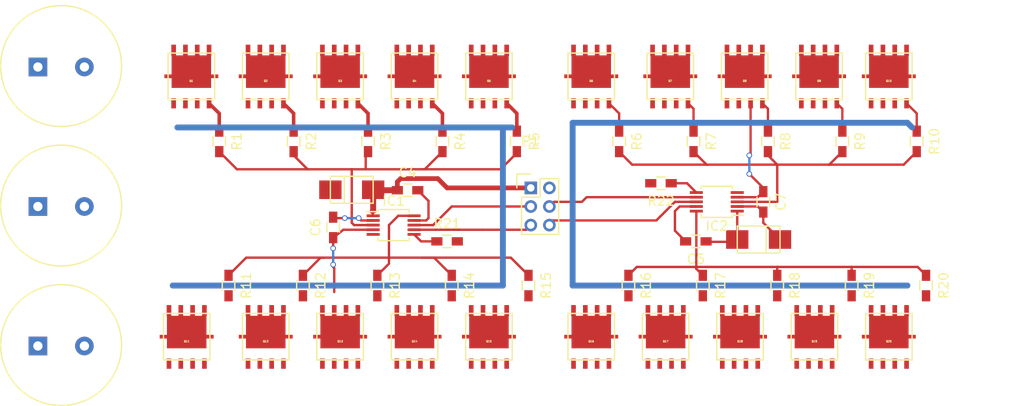
<source format=kicad_pcb>
(kicad_pcb (version 4) (host pcbnew 4.0.5+dfsg1-4~bpo8+1)

  (general
    (links 267)
    (no_connects 218)
    (area 55.224999 44.124999 157.975 89.675)
    (thickness 1.6)
    (drawings 2)
    (tracks 158)
    (zones 0)
    (modules 54)
    (nets 42)
  )

  (page A4)
  (layers
    (0 F.Cu signal)
    (31 B.Cu signal)
    (32 B.Adhes user)
    (33 F.Adhes user)
    (34 B.Paste user)
    (35 F.Paste user)
    (36 B.SilkS user)
    (37 F.SilkS user)
    (38 B.Mask user)
    (39 F.Mask user)
    (40 Dwgs.User user)
    (41 Cmts.User user)
    (42 Eco1.User user)
    (43 Eco2.User user)
    (44 Edge.Cuts user)
    (45 Margin user)
    (46 B.CrtYd user)
    (47 F.CrtYd user)
    (48 B.Fab user)
    (49 F.Fab user)
  )

  (setup
    (last_trace_width 0.635)
    (user_trace_width 0.254)
    (user_trace_width 0.381)
    (user_trace_width 0.508)
    (user_trace_width 0.635)
    (user_trace_width 4)
    (trace_clearance 0.2)
    (zone_clearance 0.2)
    (zone_45_only no)
    (trace_min 0.2)
    (segment_width 0.2)
    (edge_width 0.15)
    (via_size 0.6)
    (via_drill 0.4)
    (via_min_size 0.4)
    (via_min_drill 0.3)
    (uvia_size 0.3)
    (uvia_drill 0.1)
    (uvias_allowed no)
    (uvia_min_size 0.2)
    (uvia_min_drill 0.1)
    (pcb_text_width 0.3)
    (pcb_text_size 1.5 1.5)
    (mod_edge_width 0.15)
    (mod_text_size 1 1)
    (mod_text_width 0.15)
    (pad_size 1.524 1.524)
    (pad_drill 0.762)
    (pad_to_mask_clearance 0.2)
    (aux_axis_origin 0 0)
    (visible_elements FFFEF77F)
    (pcbplotparams
      (layerselection 0x00030_80000001)
      (usegerberextensions false)
      (excludeedgelayer true)
      (linewidth 0.100000)
      (plotframeref false)
      (viasonmask false)
      (mode 1)
      (useauxorigin false)
      (hpglpennumber 1)
      (hpglpenspeed 20)
      (hpglpendiameter 15)
      (hpglpenoverlay 2)
      (psnegative false)
      (psa4output false)
      (plotreference true)
      (plotvalue true)
      (plotinvisibletext false)
      (padsonsilk false)
      (subtractmaskfromsilk false)
      (outputformat 1)
      (mirror false)
      (drillshape 1)
      (scaleselection 1)
      (outputdirectory ""))
  )

  (net 0 "")
  (net 1 VDD)
  (net 2 "Net-(C1-Pad2)")
  (net 3 VCC)
  (net 4 "Net-(C6-Pad2)")
  (net 5 "Net-(C7-Pad2)")
  (net 6 "Net-(IC1-Pad5)")
  (net 7 "Net-(IC1-Pad6)")
  (net 8 /DRV_EN)
  (net 9 /DRV_1_IN)
  (net 10 "Net-(IC2-Pad5)")
  (net 11 "Net-(IC2-Pad6)")
  (net 12 GND)
  (net 13 /DRV_2_IN)
  (net 14 "Net-(Q1-Pad1)")
  (net 15 "Net-(Q2-Pad1)")
  (net 16 "Net-(Q3-Pad1)")
  (net 17 "Net-(Q4-Pad1)")
  (net 18 "Net-(Q5-Pad1)")
  (net 19 "Net-(Q6-Pad1)")
  (net 20 "Net-(Q7-Pad1)")
  (net 21 "Net-(Q8-Pad1)")
  (net 22 "Net-(Q9-Pad1)")
  (net 23 "Net-(Q10-Pad1)")
  (net 24 "Net-(Q11-Pad1)")
  (net 25 "Net-(Q12-Pad1)")
  (net 26 "Net-(Q13-Pad1)")
  (net 27 "Net-(Q14-Pad1)")
  (net 28 "Net-(Q15-Pad1)")
  (net 29 "Net-(Q16-Pad1)")
  (net 30 "Net-(Q17-Pad1)")
  (net 31 "Net-(Q18-Pad1)")
  (net 32 "Net-(Q19-Pad1)")
  (net 33 "Net-(Q20-Pad1)")
  (net 34 "Net-(C4-Pad2)")
  (net 35 "Net-(C5-Pad2)")
  (net 36 /M+)
  (net 37 /M-)
  (net 38 /HO1)
  (net 39 /LO1)
  (net 40 /HO2)
  (net 41 /LO2)

  (net_class Default "This is the default net class."
    (clearance 0.2)
    (trace_width 0.25)
    (via_dia 0.6)
    (via_drill 0.4)
    (uvia_dia 0.3)
    (uvia_drill 0.1)
    (add_net /DRV_1_IN)
    (add_net /DRV_2_IN)
    (add_net /DRV_EN)
    (add_net /HO1)
    (add_net /HO2)
    (add_net /LO1)
    (add_net /LO2)
    (add_net /M+)
    (add_net /M-)
    (add_net GND)
    (add_net "Net-(C1-Pad2)")
    (add_net "Net-(C4-Pad2)")
    (add_net "Net-(C5-Pad2)")
    (add_net "Net-(C6-Pad2)")
    (add_net "Net-(C7-Pad2)")
    (add_net "Net-(IC1-Pad5)")
    (add_net "Net-(IC1-Pad6)")
    (add_net "Net-(IC2-Pad5)")
    (add_net "Net-(IC2-Pad6)")
    (add_net "Net-(Q1-Pad1)")
    (add_net "Net-(Q10-Pad1)")
    (add_net "Net-(Q11-Pad1)")
    (add_net "Net-(Q12-Pad1)")
    (add_net "Net-(Q13-Pad1)")
    (add_net "Net-(Q14-Pad1)")
    (add_net "Net-(Q15-Pad1)")
    (add_net "Net-(Q16-Pad1)")
    (add_net "Net-(Q17-Pad1)")
    (add_net "Net-(Q18-Pad1)")
    (add_net "Net-(Q19-Pad1)")
    (add_net "Net-(Q2-Pad1)")
    (add_net "Net-(Q20-Pad1)")
    (add_net "Net-(Q3-Pad1)")
    (add_net "Net-(Q4-Pad1)")
    (add_net "Net-(Q5-Pad1)")
    (add_net "Net-(Q6-Pad1)")
    (add_net "Net-(Q7-Pad1)")
    (add_net "Net-(Q8-Pad1)")
    (add_net "Net-(Q9-Pad1)")
    (add_net VCC)
    (add_net VDD)
  )

  (module hbridge:DFN8-PWR (layer F.Cu) (tedit 58EB1E87) (tstamp 58EB304F)
    (at 127 80)
    (path /58EB5450)
    (fp_text reference Q17 (at 0 0.5) (layer F.SilkS)
      (effects (font (size 0.2 0.2) (thickness 0.05)))
    )
    (fp_text value TPW4R50 (at 0 -0.5) (layer F.Fab) hide
      (effects (font (size 0.4 0.4) (thickness 0.1)))
    )
    (fp_line (start -2.5 2.5) (end 2.5 2.5) (layer F.SilkS) (width 0.15))
    (fp_line (start 2.5 -2.5) (end -2.5 -2.5) (layer F.SilkS) (width 0.15))
    (fp_line (start -2.5 -2.5) (end -2.5 2.5) (layer F.SilkS) (width 0.15))
    (fp_line (start -2.5 2.5) (end 2.5 2.5) (layer F.SilkS) (width 0.15))
    (fp_line (start 2.5 2.5) (end 2.5 -2.5) (layer F.SilkS) (width 0.15))
    (pad 2 smd rect (at 2.5 0 90) (size 0.4 0.8) (layers F.Cu F.Paste F.Mask)
      (net 37 /M-))
    (pad 2 smd rect (at 1.905 -2.8) (size 0.5 1.2) (layers F.Cu F.Paste F.Mask)
      (net 37 /M-))
    (pad 2 smd rect (at 0.635 -2.8) (size 0.5 1.2) (layers F.Cu F.Paste F.Mask)
      (net 37 /M-))
    (pad 2 smd rect (at -0.635 -2.8) (size 0.5 1.2) (layers F.Cu F.Paste F.Mask)
      (net 37 /M-))
    (pad 2 smd rect (at -1.905 -2.8) (size 0.5 1.2) (layers F.Cu F.Paste F.Mask)
      (net 37 /M-))
    (pad 3 smd rect (at -1.905 2.9) (size 0.5 1.1) (layers F.Cu F.Paste F.Mask)
      (net 12 GND))
    (pad 3 smd rect (at -0.635 2.9) (size 0.5 1.1) (layers F.Cu F.Paste F.Mask)
      (net 12 GND))
    (pad 1 smd rect (at 1.905 2.9) (size 0.5 1.1) (layers F.Cu F.Paste F.Mask)
      (net 30 "Net-(Q17-Pad1)"))
    (pad 3 smd rect (at 0.635 2.9) (size 0.5 1.1) (layers F.Cu F.Paste F.Mask)
      (net 12 GND))
    (pad 2 smd rect (at 0 -0.5) (size 4.25 3.5) (layers F.Cu F.Paste F.Mask)
      (net 37 /M-))
    (pad 2 smd rect (at -2.5 0 90) (size 0.4 0.8) (layers F.Cu F.Paste F.Mask)
      (net 37 /M-))
  )

  (module Housings_SSOP:MSOP-10_3x3mm_Pitch0.5mm (layer F.Cu) (tedit 54130A77) (tstamp 58EAF6FB)
    (at 97.75 68)
    (descr "10-Lead Plastic Micro Small Outline Package (MS) [MSOP] (see Microchip Packaging Specification 00000049BS.pdf)")
    (tags "SSOP 0.5")
    (path /58EACED4)
    (attr smd)
    (fp_text reference IC1 (at 0 -2.6) (layer F.SilkS)
      (effects (font (size 1 1) (thickness 0.15)))
    )
    (fp_text value LM5106 (at 0 2.6) (layer F.Fab)
      (effects (font (size 1 1) (thickness 0.15)))
    )
    (fp_line (start -0.5 -1.5) (end 1.5 -1.5) (layer F.Fab) (width 0.15))
    (fp_line (start 1.5 -1.5) (end 1.5 1.5) (layer F.Fab) (width 0.15))
    (fp_line (start 1.5 1.5) (end -1.5 1.5) (layer F.Fab) (width 0.15))
    (fp_line (start -1.5 1.5) (end -1.5 -0.5) (layer F.Fab) (width 0.15))
    (fp_line (start -1.5 -0.5) (end -0.5 -1.5) (layer F.Fab) (width 0.15))
    (fp_line (start -3.15 -1.85) (end -3.15 1.85) (layer F.CrtYd) (width 0.05))
    (fp_line (start 3.15 -1.85) (end 3.15 1.85) (layer F.CrtYd) (width 0.05))
    (fp_line (start -3.15 -1.85) (end 3.15 -1.85) (layer F.CrtYd) (width 0.05))
    (fp_line (start -3.15 1.85) (end 3.15 1.85) (layer F.CrtYd) (width 0.05))
    (fp_line (start -1.675 -1.675) (end -1.675 -1.45) (layer F.SilkS) (width 0.15))
    (fp_line (start 1.675 -1.675) (end 1.675 -1.375) (layer F.SilkS) (width 0.15))
    (fp_line (start 1.675 1.675) (end 1.675 1.375) (layer F.SilkS) (width 0.15))
    (fp_line (start -1.675 1.675) (end -1.675 1.375) (layer F.SilkS) (width 0.15))
    (fp_line (start -1.675 -1.675) (end 1.675 -1.675) (layer F.SilkS) (width 0.15))
    (fp_line (start -1.675 1.675) (end 1.675 1.675) (layer F.SilkS) (width 0.15))
    (fp_line (start -1.675 -1.45) (end -2.9 -1.45) (layer F.SilkS) (width 0.15))
    (pad 1 smd rect (at -2.2 -1) (size 1.4 0.3) (layers F.Cu F.Paste F.Mask)
      (net 1 VDD))
    (pad 2 smd rect (at -2.2 -0.5) (size 1.4 0.3) (layers F.Cu F.Paste F.Mask)
      (net 4 "Net-(C6-Pad2)"))
    (pad 3 smd rect (at -2.2 0) (size 1.4 0.3) (layers F.Cu F.Paste F.Mask)
      (net 38 /HO1))
    (pad 4 smd rect (at -2.2 0.5) (size 1.4 0.3) (layers F.Cu F.Paste F.Mask)
      (net 36 /M+))
    (pad 5 smd rect (at -2.2 1) (size 1.4 0.3) (layers F.Cu F.Paste F.Mask)
      (net 6 "Net-(IC1-Pad5)"))
    (pad 6 smd rect (at 2.2 1) (size 1.4 0.3) (layers F.Cu F.Paste F.Mask)
      (net 7 "Net-(IC1-Pad6)"))
    (pad 7 smd rect (at 2.2 0.5) (size 1.4 0.3) (layers F.Cu F.Paste F.Mask)
      (net 8 /DRV_EN))
    (pad 8 smd rect (at 2.2 0) (size 1.4 0.3) (layers F.Cu F.Paste F.Mask)
      (net 9 /DRV_1_IN))
    (pad 9 smd rect (at 2.2 -0.5) (size 1.4 0.3) (layers F.Cu F.Paste F.Mask)
      (net 34 "Net-(C4-Pad2)"))
    (pad 10 smd rect (at 2.2 -1) (size 1.4 0.3) (layers F.Cu F.Paste F.Mask)
      (net 39 /LO1))
    (model Housings_SSOP.3dshapes/MSOP-10_3x3mm_Pitch0.5mm.wrl
      (at (xyz 0 0 0))
      (scale (xyz 1 1 1))
      (rotate (xyz 0 0 0))
    )
  )

  (module Housings_SSOP:MSOP-10_3x3mm_Pitch0.5mm (layer F.Cu) (tedit 54130A77) (tstamp 58EAF709)
    (at 132.5 65.5 180)
    (descr "10-Lead Plastic Micro Small Outline Package (MS) [MSOP] (see Microchip Packaging Specification 00000049BS.pdf)")
    (tags "SSOP 0.5")
    (path /58EB5368)
    (attr smd)
    (fp_text reference IC2 (at 0 -2.6 180) (layer F.SilkS)
      (effects (font (size 1 1) (thickness 0.15)))
    )
    (fp_text value LM5106 (at 0 2.6 180) (layer F.Fab)
      (effects (font (size 1 1) (thickness 0.15)))
    )
    (fp_line (start -0.5 -1.5) (end 1.5 -1.5) (layer F.Fab) (width 0.15))
    (fp_line (start 1.5 -1.5) (end 1.5 1.5) (layer F.Fab) (width 0.15))
    (fp_line (start 1.5 1.5) (end -1.5 1.5) (layer F.Fab) (width 0.15))
    (fp_line (start -1.5 1.5) (end -1.5 -0.5) (layer F.Fab) (width 0.15))
    (fp_line (start -1.5 -0.5) (end -0.5 -1.5) (layer F.Fab) (width 0.15))
    (fp_line (start -3.15 -1.85) (end -3.15 1.85) (layer F.CrtYd) (width 0.05))
    (fp_line (start 3.15 -1.85) (end 3.15 1.85) (layer F.CrtYd) (width 0.05))
    (fp_line (start -3.15 -1.85) (end 3.15 -1.85) (layer F.CrtYd) (width 0.05))
    (fp_line (start -3.15 1.85) (end 3.15 1.85) (layer F.CrtYd) (width 0.05))
    (fp_line (start -1.675 -1.675) (end -1.675 -1.45) (layer F.SilkS) (width 0.15))
    (fp_line (start 1.675 -1.675) (end 1.675 -1.375) (layer F.SilkS) (width 0.15))
    (fp_line (start 1.675 1.675) (end 1.675 1.375) (layer F.SilkS) (width 0.15))
    (fp_line (start -1.675 1.675) (end -1.675 1.375) (layer F.SilkS) (width 0.15))
    (fp_line (start -1.675 -1.675) (end 1.675 -1.675) (layer F.SilkS) (width 0.15))
    (fp_line (start -1.675 1.675) (end 1.675 1.675) (layer F.SilkS) (width 0.15))
    (fp_line (start -1.675 -1.45) (end -2.9 -1.45) (layer F.SilkS) (width 0.15))
    (pad 1 smd rect (at -2.2 -1 180) (size 1.4 0.3) (layers F.Cu F.Paste F.Mask)
      (net 1 VDD))
    (pad 2 smd rect (at -2.2 -0.5 180) (size 1.4 0.3) (layers F.Cu F.Paste F.Mask)
      (net 5 "Net-(C7-Pad2)"))
    (pad 3 smd rect (at -2.2 0 180) (size 1.4 0.3) (layers F.Cu F.Paste F.Mask)
      (net 40 /HO2))
    (pad 4 smd rect (at -2.2 0.5 180) (size 1.4 0.3) (layers F.Cu F.Paste F.Mask)
      (net 37 /M-))
    (pad 5 smd rect (at -2.2 1 180) (size 1.4 0.3) (layers F.Cu F.Paste F.Mask)
      (net 10 "Net-(IC2-Pad5)"))
    (pad 6 smd rect (at 2.2 1 180) (size 1.4 0.3) (layers F.Cu F.Paste F.Mask)
      (net 11 "Net-(IC2-Pad6)"))
    (pad 7 smd rect (at 2.2 0.5 180) (size 1.4 0.3) (layers F.Cu F.Paste F.Mask)
      (net 8 /DRV_EN))
    (pad 8 smd rect (at 2.2 0 180) (size 1.4 0.3) (layers F.Cu F.Paste F.Mask)
      (net 13 /DRV_2_IN))
    (pad 9 smd rect (at 2.2 -0.5 180) (size 1.4 0.3) (layers F.Cu F.Paste F.Mask)
      (net 35 "Net-(C5-Pad2)"))
    (pad 10 smd rect (at 2.2 -1 180) (size 1.4 0.3) (layers F.Cu F.Paste F.Mask)
      (net 41 /LO2))
    (model Housings_SSOP.3dshapes/MSOP-10_3x3mm_Pitch0.5mm.wrl
      (at (xyz 0 0 0))
      (scale (xyz 1 1 1))
      (rotate (xyz 0 0 0))
    )
  )

  (module Resistors_SMD:R_0603_HandSoldering (layer F.Cu) (tedit 58307AEF) (tstamp 58EAFB8A)
    (at 79 59 270)
    (descr "Resistor SMD 0603, hand soldering")
    (tags "resistor 0603")
    (path /58EAE968)
    (attr smd)
    (fp_text reference R1 (at 0 -1.9 270) (layer F.SilkS)
      (effects (font (size 1 1) (thickness 0.15)))
    )
    (fp_text value 10 (at 0 1.9 270) (layer F.Fab)
      (effects (font (size 1 1) (thickness 0.15)))
    )
    (fp_line (start -0.8 0.4) (end -0.8 -0.4) (layer F.Fab) (width 0.1))
    (fp_line (start 0.8 0.4) (end -0.8 0.4) (layer F.Fab) (width 0.1))
    (fp_line (start 0.8 -0.4) (end 0.8 0.4) (layer F.Fab) (width 0.1))
    (fp_line (start -0.8 -0.4) (end 0.8 -0.4) (layer F.Fab) (width 0.1))
    (fp_line (start -2 -0.8) (end 2 -0.8) (layer F.CrtYd) (width 0.05))
    (fp_line (start -2 0.8) (end 2 0.8) (layer F.CrtYd) (width 0.05))
    (fp_line (start -2 -0.8) (end -2 0.8) (layer F.CrtYd) (width 0.05))
    (fp_line (start 2 -0.8) (end 2 0.8) (layer F.CrtYd) (width 0.05))
    (fp_line (start 0.5 0.675) (end -0.5 0.675) (layer F.SilkS) (width 0.15))
    (fp_line (start -0.5 -0.675) (end 0.5 -0.675) (layer F.SilkS) (width 0.15))
    (pad 1 smd rect (at -1.1 0 270) (size 1.2 0.9) (layers F.Cu F.Paste F.Mask)
      (net 14 "Net-(Q1-Pad1)"))
    (pad 2 smd rect (at 1.1 0 270) (size 1.2 0.9) (layers F.Cu F.Paste F.Mask)
      (net 38 /HO1))
    (model Resistors_SMD.3dshapes/R_0603_HandSoldering.wrl
      (at (xyz 0 0 0))
      (scale (xyz 1 1 1))
      (rotate (xyz 0 0 0))
    )
  )

  (module Resistors_SMD:R_0603_HandSoldering (layer F.Cu) (tedit 58307AEF) (tstamp 58EAFB8F)
    (at 87 59 270)
    (descr "Resistor SMD 0603, hand soldering")
    (tags "resistor 0603")
    (path /58EAE9D8)
    (attr smd)
    (fp_text reference R2 (at 0 -1.9 270) (layer F.SilkS)
      (effects (font (size 1 1) (thickness 0.15)))
    )
    (fp_text value 10 (at 0 1.9 270) (layer F.Fab)
      (effects (font (size 1 1) (thickness 0.15)))
    )
    (fp_line (start -0.8 0.4) (end -0.8 -0.4) (layer F.Fab) (width 0.1))
    (fp_line (start 0.8 0.4) (end -0.8 0.4) (layer F.Fab) (width 0.1))
    (fp_line (start 0.8 -0.4) (end 0.8 0.4) (layer F.Fab) (width 0.1))
    (fp_line (start -0.8 -0.4) (end 0.8 -0.4) (layer F.Fab) (width 0.1))
    (fp_line (start -2 -0.8) (end 2 -0.8) (layer F.CrtYd) (width 0.05))
    (fp_line (start -2 0.8) (end 2 0.8) (layer F.CrtYd) (width 0.05))
    (fp_line (start -2 -0.8) (end -2 0.8) (layer F.CrtYd) (width 0.05))
    (fp_line (start 2 -0.8) (end 2 0.8) (layer F.CrtYd) (width 0.05))
    (fp_line (start 0.5 0.675) (end -0.5 0.675) (layer F.SilkS) (width 0.15))
    (fp_line (start -0.5 -0.675) (end 0.5 -0.675) (layer F.SilkS) (width 0.15))
    (pad 1 smd rect (at -1.1 0 270) (size 1.2 0.9) (layers F.Cu F.Paste F.Mask)
      (net 15 "Net-(Q2-Pad1)"))
    (pad 2 smd rect (at 1.1 0 270) (size 1.2 0.9) (layers F.Cu F.Paste F.Mask)
      (net 38 /HO1))
    (model Resistors_SMD.3dshapes/R_0603_HandSoldering.wrl
      (at (xyz 0 0 0))
      (scale (xyz 1 1 1))
      (rotate (xyz 0 0 0))
    )
  )

  (module Resistors_SMD:R_0603_HandSoldering (layer F.Cu) (tedit 58307AEF) (tstamp 58EAFB94)
    (at 95 59 270)
    (descr "Resistor SMD 0603, hand soldering")
    (tags "resistor 0603")
    (path /58EAEA24)
    (attr smd)
    (fp_text reference R3 (at 0 -1.9 270) (layer F.SilkS)
      (effects (font (size 1 1) (thickness 0.15)))
    )
    (fp_text value 10 (at 0 1.9 270) (layer F.Fab)
      (effects (font (size 1 1) (thickness 0.15)))
    )
    (fp_line (start -0.8 0.4) (end -0.8 -0.4) (layer F.Fab) (width 0.1))
    (fp_line (start 0.8 0.4) (end -0.8 0.4) (layer F.Fab) (width 0.1))
    (fp_line (start 0.8 -0.4) (end 0.8 0.4) (layer F.Fab) (width 0.1))
    (fp_line (start -0.8 -0.4) (end 0.8 -0.4) (layer F.Fab) (width 0.1))
    (fp_line (start -2 -0.8) (end 2 -0.8) (layer F.CrtYd) (width 0.05))
    (fp_line (start -2 0.8) (end 2 0.8) (layer F.CrtYd) (width 0.05))
    (fp_line (start -2 -0.8) (end -2 0.8) (layer F.CrtYd) (width 0.05))
    (fp_line (start 2 -0.8) (end 2 0.8) (layer F.CrtYd) (width 0.05))
    (fp_line (start 0.5 0.675) (end -0.5 0.675) (layer F.SilkS) (width 0.15))
    (fp_line (start -0.5 -0.675) (end 0.5 -0.675) (layer F.SilkS) (width 0.15))
    (pad 1 smd rect (at -1.1 0 270) (size 1.2 0.9) (layers F.Cu F.Paste F.Mask)
      (net 16 "Net-(Q3-Pad1)"))
    (pad 2 smd rect (at 1.1 0 270) (size 1.2 0.9) (layers F.Cu F.Paste F.Mask)
      (net 38 /HO1))
    (model Resistors_SMD.3dshapes/R_0603_HandSoldering.wrl
      (at (xyz 0 0 0))
      (scale (xyz 1 1 1))
      (rotate (xyz 0 0 0))
    )
  )

  (module Resistors_SMD:R_0603_HandSoldering (layer F.Cu) (tedit 58307AEF) (tstamp 58EAFB99)
    (at 103 59 270)
    (descr "Resistor SMD 0603, hand soldering")
    (tags "resistor 0603")
    (path /58EAEA84)
    (attr smd)
    (fp_text reference R4 (at 0 -1.9 270) (layer F.SilkS)
      (effects (font (size 1 1) (thickness 0.15)))
    )
    (fp_text value 10 (at 0 1.9 270) (layer F.Fab)
      (effects (font (size 1 1) (thickness 0.15)))
    )
    (fp_line (start -0.8 0.4) (end -0.8 -0.4) (layer F.Fab) (width 0.1))
    (fp_line (start 0.8 0.4) (end -0.8 0.4) (layer F.Fab) (width 0.1))
    (fp_line (start 0.8 -0.4) (end 0.8 0.4) (layer F.Fab) (width 0.1))
    (fp_line (start -0.8 -0.4) (end 0.8 -0.4) (layer F.Fab) (width 0.1))
    (fp_line (start -2 -0.8) (end 2 -0.8) (layer F.CrtYd) (width 0.05))
    (fp_line (start -2 0.8) (end 2 0.8) (layer F.CrtYd) (width 0.05))
    (fp_line (start -2 -0.8) (end -2 0.8) (layer F.CrtYd) (width 0.05))
    (fp_line (start 2 -0.8) (end 2 0.8) (layer F.CrtYd) (width 0.05))
    (fp_line (start 0.5 0.675) (end -0.5 0.675) (layer F.SilkS) (width 0.15))
    (fp_line (start -0.5 -0.675) (end 0.5 -0.675) (layer F.SilkS) (width 0.15))
    (pad 1 smd rect (at -1.1 0 270) (size 1.2 0.9) (layers F.Cu F.Paste F.Mask)
      (net 17 "Net-(Q4-Pad1)"))
    (pad 2 smd rect (at 1.1 0 270) (size 1.2 0.9) (layers F.Cu F.Paste F.Mask)
      (net 38 /HO1))
    (model Resistors_SMD.3dshapes/R_0603_HandSoldering.wrl
      (at (xyz 0 0 0))
      (scale (xyz 1 1 1))
      (rotate (xyz 0 0 0))
    )
  )

  (module Resistors_SMD:R_0603_HandSoldering (layer F.Cu) (tedit 58307AEF) (tstamp 58EAFB9E)
    (at 111 59 270)
    (descr "Resistor SMD 0603, hand soldering")
    (tags "resistor 0603")
    (path /58EAEAD0)
    (attr smd)
    (fp_text reference R5 (at 0 -1.9 270) (layer F.SilkS)
      (effects (font (size 1 1) (thickness 0.15)))
    )
    (fp_text value 10 (at 0 1.9 270) (layer F.Fab)
      (effects (font (size 1 1) (thickness 0.15)))
    )
    (fp_line (start -0.8 0.4) (end -0.8 -0.4) (layer F.Fab) (width 0.1))
    (fp_line (start 0.8 0.4) (end -0.8 0.4) (layer F.Fab) (width 0.1))
    (fp_line (start 0.8 -0.4) (end 0.8 0.4) (layer F.Fab) (width 0.1))
    (fp_line (start -0.8 -0.4) (end 0.8 -0.4) (layer F.Fab) (width 0.1))
    (fp_line (start -2 -0.8) (end 2 -0.8) (layer F.CrtYd) (width 0.05))
    (fp_line (start -2 0.8) (end 2 0.8) (layer F.CrtYd) (width 0.05))
    (fp_line (start -2 -0.8) (end -2 0.8) (layer F.CrtYd) (width 0.05))
    (fp_line (start 2 -0.8) (end 2 0.8) (layer F.CrtYd) (width 0.05))
    (fp_line (start 0.5 0.675) (end -0.5 0.675) (layer F.SilkS) (width 0.15))
    (fp_line (start -0.5 -0.675) (end 0.5 -0.675) (layer F.SilkS) (width 0.15))
    (pad 1 smd rect (at -1.1 0 270) (size 1.2 0.9) (layers F.Cu F.Paste F.Mask)
      (net 18 "Net-(Q5-Pad1)"))
    (pad 2 smd rect (at 1.1 0 270) (size 1.2 0.9) (layers F.Cu F.Paste F.Mask)
      (net 38 /HO1))
    (model Resistors_SMD.3dshapes/R_0603_HandSoldering.wrl
      (at (xyz 0 0 0))
      (scale (xyz 1 1 1))
      (rotate (xyz 0 0 0))
    )
  )

  (module Resistors_SMD:R_0603_HandSoldering (layer F.Cu) (tedit 58307AEF) (tstamp 58EAFBA3)
    (at 122 59 270)
    (descr "Resistor SMD 0603, hand soldering")
    (tags "resistor 0603")
    (path /58EB53AC)
    (attr smd)
    (fp_text reference R6 (at 0 -1.9 270) (layer F.SilkS)
      (effects (font (size 1 1) (thickness 0.15)))
    )
    (fp_text value 10 (at 0 1.9 270) (layer F.Fab)
      (effects (font (size 1 1) (thickness 0.15)))
    )
    (fp_line (start -0.8 0.4) (end -0.8 -0.4) (layer F.Fab) (width 0.1))
    (fp_line (start 0.8 0.4) (end -0.8 0.4) (layer F.Fab) (width 0.1))
    (fp_line (start 0.8 -0.4) (end 0.8 0.4) (layer F.Fab) (width 0.1))
    (fp_line (start -0.8 -0.4) (end 0.8 -0.4) (layer F.Fab) (width 0.1))
    (fp_line (start -2 -0.8) (end 2 -0.8) (layer F.CrtYd) (width 0.05))
    (fp_line (start -2 0.8) (end 2 0.8) (layer F.CrtYd) (width 0.05))
    (fp_line (start -2 -0.8) (end -2 0.8) (layer F.CrtYd) (width 0.05))
    (fp_line (start 2 -0.8) (end 2 0.8) (layer F.CrtYd) (width 0.05))
    (fp_line (start 0.5 0.675) (end -0.5 0.675) (layer F.SilkS) (width 0.15))
    (fp_line (start -0.5 -0.675) (end 0.5 -0.675) (layer F.SilkS) (width 0.15))
    (pad 1 smd rect (at -1.1 0 270) (size 1.2 0.9) (layers F.Cu F.Paste F.Mask)
      (net 19 "Net-(Q6-Pad1)"))
    (pad 2 smd rect (at 1.1 0 270) (size 1.2 0.9) (layers F.Cu F.Paste F.Mask)
      (net 40 /HO2))
    (model Resistors_SMD.3dshapes/R_0603_HandSoldering.wrl
      (at (xyz 0 0 0))
      (scale (xyz 1 1 1))
      (rotate (xyz 0 0 0))
    )
  )

  (module Resistors_SMD:R_0603_HandSoldering (layer F.Cu) (tedit 58307AEF) (tstamp 58EAFBA8)
    (at 130 59 270)
    (descr "Resistor SMD 0603, hand soldering")
    (tags "resistor 0603")
    (path /58EB53A6)
    (attr smd)
    (fp_text reference R7 (at 0 -1.9 270) (layer F.SilkS)
      (effects (font (size 1 1) (thickness 0.15)))
    )
    (fp_text value 10 (at 0 1.9 270) (layer F.Fab)
      (effects (font (size 1 1) (thickness 0.15)))
    )
    (fp_line (start -0.8 0.4) (end -0.8 -0.4) (layer F.Fab) (width 0.1))
    (fp_line (start 0.8 0.4) (end -0.8 0.4) (layer F.Fab) (width 0.1))
    (fp_line (start 0.8 -0.4) (end 0.8 0.4) (layer F.Fab) (width 0.1))
    (fp_line (start -0.8 -0.4) (end 0.8 -0.4) (layer F.Fab) (width 0.1))
    (fp_line (start -2 -0.8) (end 2 -0.8) (layer F.CrtYd) (width 0.05))
    (fp_line (start -2 0.8) (end 2 0.8) (layer F.CrtYd) (width 0.05))
    (fp_line (start -2 -0.8) (end -2 0.8) (layer F.CrtYd) (width 0.05))
    (fp_line (start 2 -0.8) (end 2 0.8) (layer F.CrtYd) (width 0.05))
    (fp_line (start 0.5 0.675) (end -0.5 0.675) (layer F.SilkS) (width 0.15))
    (fp_line (start -0.5 -0.675) (end 0.5 -0.675) (layer F.SilkS) (width 0.15))
    (pad 1 smd rect (at -1.1 0 270) (size 1.2 0.9) (layers F.Cu F.Paste F.Mask)
      (net 20 "Net-(Q7-Pad1)"))
    (pad 2 smd rect (at 1.1 0 270) (size 1.2 0.9) (layers F.Cu F.Paste F.Mask)
      (net 40 /HO2))
    (model Resistors_SMD.3dshapes/R_0603_HandSoldering.wrl
      (at (xyz 0 0 0))
      (scale (xyz 1 1 1))
      (rotate (xyz 0 0 0))
    )
  )

  (module Resistors_SMD:R_0603_HandSoldering (layer F.Cu) (tedit 58307AEF) (tstamp 58EAFBAD)
    (at 138 59 270)
    (descr "Resistor SMD 0603, hand soldering")
    (tags "resistor 0603")
    (path /58EB53A0)
    (attr smd)
    (fp_text reference R8 (at 0 -1.9 270) (layer F.SilkS)
      (effects (font (size 1 1) (thickness 0.15)))
    )
    (fp_text value 10 (at 0 1.9 270) (layer F.Fab)
      (effects (font (size 1 1) (thickness 0.15)))
    )
    (fp_line (start -0.8 0.4) (end -0.8 -0.4) (layer F.Fab) (width 0.1))
    (fp_line (start 0.8 0.4) (end -0.8 0.4) (layer F.Fab) (width 0.1))
    (fp_line (start 0.8 -0.4) (end 0.8 0.4) (layer F.Fab) (width 0.1))
    (fp_line (start -0.8 -0.4) (end 0.8 -0.4) (layer F.Fab) (width 0.1))
    (fp_line (start -2 -0.8) (end 2 -0.8) (layer F.CrtYd) (width 0.05))
    (fp_line (start -2 0.8) (end 2 0.8) (layer F.CrtYd) (width 0.05))
    (fp_line (start -2 -0.8) (end -2 0.8) (layer F.CrtYd) (width 0.05))
    (fp_line (start 2 -0.8) (end 2 0.8) (layer F.CrtYd) (width 0.05))
    (fp_line (start 0.5 0.675) (end -0.5 0.675) (layer F.SilkS) (width 0.15))
    (fp_line (start -0.5 -0.675) (end 0.5 -0.675) (layer F.SilkS) (width 0.15))
    (pad 1 smd rect (at -1.1 0 270) (size 1.2 0.9) (layers F.Cu F.Paste F.Mask)
      (net 21 "Net-(Q8-Pad1)"))
    (pad 2 smd rect (at 1.1 0 270) (size 1.2 0.9) (layers F.Cu F.Paste F.Mask)
      (net 40 /HO2))
    (model Resistors_SMD.3dshapes/R_0603_HandSoldering.wrl
      (at (xyz 0 0 0))
      (scale (xyz 1 1 1))
      (rotate (xyz 0 0 0))
    )
  )

  (module Resistors_SMD:R_0603_HandSoldering (layer F.Cu) (tedit 58307AEF) (tstamp 58EAFBB2)
    (at 146 59 270)
    (descr "Resistor SMD 0603, hand soldering")
    (tags "resistor 0603")
    (path /58EB539A)
    (attr smd)
    (fp_text reference R9 (at 0 -1.9 270) (layer F.SilkS)
      (effects (font (size 1 1) (thickness 0.15)))
    )
    (fp_text value 10 (at 0 1.9 270) (layer F.Fab)
      (effects (font (size 1 1) (thickness 0.15)))
    )
    (fp_line (start -0.8 0.4) (end -0.8 -0.4) (layer F.Fab) (width 0.1))
    (fp_line (start 0.8 0.4) (end -0.8 0.4) (layer F.Fab) (width 0.1))
    (fp_line (start 0.8 -0.4) (end 0.8 0.4) (layer F.Fab) (width 0.1))
    (fp_line (start -0.8 -0.4) (end 0.8 -0.4) (layer F.Fab) (width 0.1))
    (fp_line (start -2 -0.8) (end 2 -0.8) (layer F.CrtYd) (width 0.05))
    (fp_line (start -2 0.8) (end 2 0.8) (layer F.CrtYd) (width 0.05))
    (fp_line (start -2 -0.8) (end -2 0.8) (layer F.CrtYd) (width 0.05))
    (fp_line (start 2 -0.8) (end 2 0.8) (layer F.CrtYd) (width 0.05))
    (fp_line (start 0.5 0.675) (end -0.5 0.675) (layer F.SilkS) (width 0.15))
    (fp_line (start -0.5 -0.675) (end 0.5 -0.675) (layer F.SilkS) (width 0.15))
    (pad 1 smd rect (at -1.1 0 270) (size 1.2 0.9) (layers F.Cu F.Paste F.Mask)
      (net 22 "Net-(Q9-Pad1)"))
    (pad 2 smd rect (at 1.1 0 270) (size 1.2 0.9) (layers F.Cu F.Paste F.Mask)
      (net 40 /HO2))
    (model Resistors_SMD.3dshapes/R_0603_HandSoldering.wrl
      (at (xyz 0 0 0))
      (scale (xyz 1 1 1))
      (rotate (xyz 0 0 0))
    )
  )

  (module Resistors_SMD:R_0603_HandSoldering (layer F.Cu) (tedit 58307AEF) (tstamp 58EAFBB7)
    (at 154 59 270)
    (descr "Resistor SMD 0603, hand soldering")
    (tags "resistor 0603")
    (path /58EB5394)
    (attr smd)
    (fp_text reference R10 (at 0 -1.9 270) (layer F.SilkS)
      (effects (font (size 1 1) (thickness 0.15)))
    )
    (fp_text value 10 (at 0 1.9 270) (layer F.Fab)
      (effects (font (size 1 1) (thickness 0.15)))
    )
    (fp_line (start -0.8 0.4) (end -0.8 -0.4) (layer F.Fab) (width 0.1))
    (fp_line (start 0.8 0.4) (end -0.8 0.4) (layer F.Fab) (width 0.1))
    (fp_line (start 0.8 -0.4) (end 0.8 0.4) (layer F.Fab) (width 0.1))
    (fp_line (start -0.8 -0.4) (end 0.8 -0.4) (layer F.Fab) (width 0.1))
    (fp_line (start -2 -0.8) (end 2 -0.8) (layer F.CrtYd) (width 0.05))
    (fp_line (start -2 0.8) (end 2 0.8) (layer F.CrtYd) (width 0.05))
    (fp_line (start -2 -0.8) (end -2 0.8) (layer F.CrtYd) (width 0.05))
    (fp_line (start 2 -0.8) (end 2 0.8) (layer F.CrtYd) (width 0.05))
    (fp_line (start 0.5 0.675) (end -0.5 0.675) (layer F.SilkS) (width 0.15))
    (fp_line (start -0.5 -0.675) (end 0.5 -0.675) (layer F.SilkS) (width 0.15))
    (pad 1 smd rect (at -1.1 0 270) (size 1.2 0.9) (layers F.Cu F.Paste F.Mask)
      (net 23 "Net-(Q10-Pad1)"))
    (pad 2 smd rect (at 1.1 0 270) (size 1.2 0.9) (layers F.Cu F.Paste F.Mask)
      (net 40 /HO2))
    (model Resistors_SMD.3dshapes/R_0603_HandSoldering.wrl
      (at (xyz 0 0 0))
      (scale (xyz 1 1 1))
      (rotate (xyz 0 0 0))
    )
  )

  (module Resistors_SMD:R_0603_HandSoldering (layer F.Cu) (tedit 58307AEF) (tstamp 58EAFBBC)
    (at 80 74.5 270)
    (descr "Resistor SMD 0603, hand soldering")
    (tags "resistor 0603")
    (path /58EB166D)
    (attr smd)
    (fp_text reference R11 (at 0 -1.9 270) (layer F.SilkS)
      (effects (font (size 1 1) (thickness 0.15)))
    )
    (fp_text value 10 (at 0 1.9 270) (layer F.Fab)
      (effects (font (size 1 1) (thickness 0.15)))
    )
    (fp_line (start -0.8 0.4) (end -0.8 -0.4) (layer F.Fab) (width 0.1))
    (fp_line (start 0.8 0.4) (end -0.8 0.4) (layer F.Fab) (width 0.1))
    (fp_line (start 0.8 -0.4) (end 0.8 0.4) (layer F.Fab) (width 0.1))
    (fp_line (start -0.8 -0.4) (end 0.8 -0.4) (layer F.Fab) (width 0.1))
    (fp_line (start -2 -0.8) (end 2 -0.8) (layer F.CrtYd) (width 0.05))
    (fp_line (start -2 0.8) (end 2 0.8) (layer F.CrtYd) (width 0.05))
    (fp_line (start -2 -0.8) (end -2 0.8) (layer F.CrtYd) (width 0.05))
    (fp_line (start 2 -0.8) (end 2 0.8) (layer F.CrtYd) (width 0.05))
    (fp_line (start 0.5 0.675) (end -0.5 0.675) (layer F.SilkS) (width 0.15))
    (fp_line (start -0.5 -0.675) (end 0.5 -0.675) (layer F.SilkS) (width 0.15))
    (pad 1 smd rect (at -1.1 0 270) (size 1.2 0.9) (layers F.Cu F.Paste F.Mask)
      (net 39 /LO1))
    (pad 2 smd rect (at 1.1 0 270) (size 1.2 0.9) (layers F.Cu F.Paste F.Mask)
      (net 24 "Net-(Q11-Pad1)"))
    (model Resistors_SMD.3dshapes/R_0603_HandSoldering.wrl
      (at (xyz 0 0 0))
      (scale (xyz 1 1 1))
      (rotate (xyz 0 0 0))
    )
  )

  (module Resistors_SMD:R_0603_HandSoldering (layer F.Cu) (tedit 58307AEF) (tstamp 58EAFBC1)
    (at 88 74.5 270)
    (descr "Resistor SMD 0603, hand soldering")
    (tags "resistor 0603")
    (path /58EB1673)
    (attr smd)
    (fp_text reference R12 (at 0 -1.9 270) (layer F.SilkS)
      (effects (font (size 1 1) (thickness 0.15)))
    )
    (fp_text value 10 (at 0 1.9 270) (layer F.Fab)
      (effects (font (size 1 1) (thickness 0.15)))
    )
    (fp_line (start -0.8 0.4) (end -0.8 -0.4) (layer F.Fab) (width 0.1))
    (fp_line (start 0.8 0.4) (end -0.8 0.4) (layer F.Fab) (width 0.1))
    (fp_line (start 0.8 -0.4) (end 0.8 0.4) (layer F.Fab) (width 0.1))
    (fp_line (start -0.8 -0.4) (end 0.8 -0.4) (layer F.Fab) (width 0.1))
    (fp_line (start -2 -0.8) (end 2 -0.8) (layer F.CrtYd) (width 0.05))
    (fp_line (start -2 0.8) (end 2 0.8) (layer F.CrtYd) (width 0.05))
    (fp_line (start -2 -0.8) (end -2 0.8) (layer F.CrtYd) (width 0.05))
    (fp_line (start 2 -0.8) (end 2 0.8) (layer F.CrtYd) (width 0.05))
    (fp_line (start 0.5 0.675) (end -0.5 0.675) (layer F.SilkS) (width 0.15))
    (fp_line (start -0.5 -0.675) (end 0.5 -0.675) (layer F.SilkS) (width 0.15))
    (pad 1 smd rect (at -1.1 0 270) (size 1.2 0.9) (layers F.Cu F.Paste F.Mask)
      (net 39 /LO1))
    (pad 2 smd rect (at 1.1 0 270) (size 1.2 0.9) (layers F.Cu F.Paste F.Mask)
      (net 25 "Net-(Q12-Pad1)"))
    (model Resistors_SMD.3dshapes/R_0603_HandSoldering.wrl
      (at (xyz 0 0 0))
      (scale (xyz 1 1 1))
      (rotate (xyz 0 0 0))
    )
  )

  (module Resistors_SMD:R_0603_HandSoldering (layer F.Cu) (tedit 58307AEF) (tstamp 58EAFBC6)
    (at 96 74.5 270)
    (descr "Resistor SMD 0603, hand soldering")
    (tags "resistor 0603")
    (path /58EB1679)
    (attr smd)
    (fp_text reference R13 (at 0 -1.9 270) (layer F.SilkS)
      (effects (font (size 1 1) (thickness 0.15)))
    )
    (fp_text value 10 (at 0 1.9 270) (layer F.Fab)
      (effects (font (size 1 1) (thickness 0.15)))
    )
    (fp_line (start -0.8 0.4) (end -0.8 -0.4) (layer F.Fab) (width 0.1))
    (fp_line (start 0.8 0.4) (end -0.8 0.4) (layer F.Fab) (width 0.1))
    (fp_line (start 0.8 -0.4) (end 0.8 0.4) (layer F.Fab) (width 0.1))
    (fp_line (start -0.8 -0.4) (end 0.8 -0.4) (layer F.Fab) (width 0.1))
    (fp_line (start -2 -0.8) (end 2 -0.8) (layer F.CrtYd) (width 0.05))
    (fp_line (start -2 0.8) (end 2 0.8) (layer F.CrtYd) (width 0.05))
    (fp_line (start -2 -0.8) (end -2 0.8) (layer F.CrtYd) (width 0.05))
    (fp_line (start 2 -0.8) (end 2 0.8) (layer F.CrtYd) (width 0.05))
    (fp_line (start 0.5 0.675) (end -0.5 0.675) (layer F.SilkS) (width 0.15))
    (fp_line (start -0.5 -0.675) (end 0.5 -0.675) (layer F.SilkS) (width 0.15))
    (pad 1 smd rect (at -1.1 0 270) (size 1.2 0.9) (layers F.Cu F.Paste F.Mask)
      (net 39 /LO1))
    (pad 2 smd rect (at 1.1 0 270) (size 1.2 0.9) (layers F.Cu F.Paste F.Mask)
      (net 26 "Net-(Q13-Pad1)"))
    (model Resistors_SMD.3dshapes/R_0603_HandSoldering.wrl
      (at (xyz 0 0 0))
      (scale (xyz 1 1 1))
      (rotate (xyz 0 0 0))
    )
  )

  (module Resistors_SMD:R_0603_HandSoldering (layer F.Cu) (tedit 58307AEF) (tstamp 58EAFBCB)
    (at 104 74.5 270)
    (descr "Resistor SMD 0603, hand soldering")
    (tags "resistor 0603")
    (path /58EB167F)
    (attr smd)
    (fp_text reference R14 (at 0 -1.9 270) (layer F.SilkS)
      (effects (font (size 1 1) (thickness 0.15)))
    )
    (fp_text value 10 (at 0 1.9 270) (layer F.Fab)
      (effects (font (size 1 1) (thickness 0.15)))
    )
    (fp_line (start -0.8 0.4) (end -0.8 -0.4) (layer F.Fab) (width 0.1))
    (fp_line (start 0.8 0.4) (end -0.8 0.4) (layer F.Fab) (width 0.1))
    (fp_line (start 0.8 -0.4) (end 0.8 0.4) (layer F.Fab) (width 0.1))
    (fp_line (start -0.8 -0.4) (end 0.8 -0.4) (layer F.Fab) (width 0.1))
    (fp_line (start -2 -0.8) (end 2 -0.8) (layer F.CrtYd) (width 0.05))
    (fp_line (start -2 0.8) (end 2 0.8) (layer F.CrtYd) (width 0.05))
    (fp_line (start -2 -0.8) (end -2 0.8) (layer F.CrtYd) (width 0.05))
    (fp_line (start 2 -0.8) (end 2 0.8) (layer F.CrtYd) (width 0.05))
    (fp_line (start 0.5 0.675) (end -0.5 0.675) (layer F.SilkS) (width 0.15))
    (fp_line (start -0.5 -0.675) (end 0.5 -0.675) (layer F.SilkS) (width 0.15))
    (pad 1 smd rect (at -1.1 0 270) (size 1.2 0.9) (layers F.Cu F.Paste F.Mask)
      (net 39 /LO1))
    (pad 2 smd rect (at 1.1 0 270) (size 1.2 0.9) (layers F.Cu F.Paste F.Mask)
      (net 27 "Net-(Q14-Pad1)"))
    (model Resistors_SMD.3dshapes/R_0603_HandSoldering.wrl
      (at (xyz 0 0 0))
      (scale (xyz 1 1 1))
      (rotate (xyz 0 0 0))
    )
  )

  (module Resistors_SMD:R_0603_HandSoldering (layer F.Cu) (tedit 58307AEF) (tstamp 58EAFBD0)
    (at 112.25 74.5 270)
    (descr "Resistor SMD 0603, hand soldering")
    (tags "resistor 0603")
    (path /58EB1685)
    (attr smd)
    (fp_text reference R15 (at 0 -1.9 270) (layer F.SilkS)
      (effects (font (size 1 1) (thickness 0.15)))
    )
    (fp_text value 10 (at 0 1.9 270) (layer F.Fab)
      (effects (font (size 1 1) (thickness 0.15)))
    )
    (fp_line (start -0.8 0.4) (end -0.8 -0.4) (layer F.Fab) (width 0.1))
    (fp_line (start 0.8 0.4) (end -0.8 0.4) (layer F.Fab) (width 0.1))
    (fp_line (start 0.8 -0.4) (end 0.8 0.4) (layer F.Fab) (width 0.1))
    (fp_line (start -0.8 -0.4) (end 0.8 -0.4) (layer F.Fab) (width 0.1))
    (fp_line (start -2 -0.8) (end 2 -0.8) (layer F.CrtYd) (width 0.05))
    (fp_line (start -2 0.8) (end 2 0.8) (layer F.CrtYd) (width 0.05))
    (fp_line (start -2 -0.8) (end -2 0.8) (layer F.CrtYd) (width 0.05))
    (fp_line (start 2 -0.8) (end 2 0.8) (layer F.CrtYd) (width 0.05))
    (fp_line (start 0.5 0.675) (end -0.5 0.675) (layer F.SilkS) (width 0.15))
    (fp_line (start -0.5 -0.675) (end 0.5 -0.675) (layer F.SilkS) (width 0.15))
    (pad 1 smd rect (at -1.1 0 270) (size 1.2 0.9) (layers F.Cu F.Paste F.Mask)
      (net 39 /LO1))
    (pad 2 smd rect (at 1.1 0 270) (size 1.2 0.9) (layers F.Cu F.Paste F.Mask)
      (net 28 "Net-(Q15-Pad1)"))
    (model Resistors_SMD.3dshapes/R_0603_HandSoldering.wrl
      (at (xyz 0 0 0))
      (scale (xyz 1 1 1))
      (rotate (xyz 0 0 0))
    )
  )

  (module Resistors_SMD:R_0603_HandSoldering (layer F.Cu) (tedit 58307AEF) (tstamp 58EAFBD5)
    (at 123 74.5 270)
    (descr "Resistor SMD 0603, hand soldering")
    (tags "resistor 0603")
    (path /58EB5403)
    (attr smd)
    (fp_text reference R16 (at 0 -1.9 270) (layer F.SilkS)
      (effects (font (size 1 1) (thickness 0.15)))
    )
    (fp_text value 10 (at 0 1.9 270) (layer F.Fab)
      (effects (font (size 1 1) (thickness 0.15)))
    )
    (fp_line (start -0.8 0.4) (end -0.8 -0.4) (layer F.Fab) (width 0.1))
    (fp_line (start 0.8 0.4) (end -0.8 0.4) (layer F.Fab) (width 0.1))
    (fp_line (start 0.8 -0.4) (end 0.8 0.4) (layer F.Fab) (width 0.1))
    (fp_line (start -0.8 -0.4) (end 0.8 -0.4) (layer F.Fab) (width 0.1))
    (fp_line (start -2 -0.8) (end 2 -0.8) (layer F.CrtYd) (width 0.05))
    (fp_line (start -2 0.8) (end 2 0.8) (layer F.CrtYd) (width 0.05))
    (fp_line (start -2 -0.8) (end -2 0.8) (layer F.CrtYd) (width 0.05))
    (fp_line (start 2 -0.8) (end 2 0.8) (layer F.CrtYd) (width 0.05))
    (fp_line (start 0.5 0.675) (end -0.5 0.675) (layer F.SilkS) (width 0.15))
    (fp_line (start -0.5 -0.675) (end 0.5 -0.675) (layer F.SilkS) (width 0.15))
    (pad 1 smd rect (at -1.1 0 270) (size 1.2 0.9) (layers F.Cu F.Paste F.Mask)
      (net 41 /LO2))
    (pad 2 smd rect (at 1.1 0 270) (size 1.2 0.9) (layers F.Cu F.Paste F.Mask)
      (net 29 "Net-(Q16-Pad1)"))
    (model Resistors_SMD.3dshapes/R_0603_HandSoldering.wrl
      (at (xyz 0 0 0))
      (scale (xyz 1 1 1))
      (rotate (xyz 0 0 0))
    )
  )

  (module Resistors_SMD:R_0603_HandSoldering (layer F.Cu) (tedit 58307AEF) (tstamp 58EAFBDA)
    (at 131 74.5 270)
    (descr "Resistor SMD 0603, hand soldering")
    (tags "resistor 0603")
    (path /58EB53FD)
    (attr smd)
    (fp_text reference R17 (at 0 -1.9 270) (layer F.SilkS)
      (effects (font (size 1 1) (thickness 0.15)))
    )
    (fp_text value 10 (at 0 1.9 270) (layer F.Fab)
      (effects (font (size 1 1) (thickness 0.15)))
    )
    (fp_line (start -0.8 0.4) (end -0.8 -0.4) (layer F.Fab) (width 0.1))
    (fp_line (start 0.8 0.4) (end -0.8 0.4) (layer F.Fab) (width 0.1))
    (fp_line (start 0.8 -0.4) (end 0.8 0.4) (layer F.Fab) (width 0.1))
    (fp_line (start -0.8 -0.4) (end 0.8 -0.4) (layer F.Fab) (width 0.1))
    (fp_line (start -2 -0.8) (end 2 -0.8) (layer F.CrtYd) (width 0.05))
    (fp_line (start -2 0.8) (end 2 0.8) (layer F.CrtYd) (width 0.05))
    (fp_line (start -2 -0.8) (end -2 0.8) (layer F.CrtYd) (width 0.05))
    (fp_line (start 2 -0.8) (end 2 0.8) (layer F.CrtYd) (width 0.05))
    (fp_line (start 0.5 0.675) (end -0.5 0.675) (layer F.SilkS) (width 0.15))
    (fp_line (start -0.5 -0.675) (end 0.5 -0.675) (layer F.SilkS) (width 0.15))
    (pad 1 smd rect (at -1.1 0 270) (size 1.2 0.9) (layers F.Cu F.Paste F.Mask)
      (net 41 /LO2))
    (pad 2 smd rect (at 1.1 0 270) (size 1.2 0.9) (layers F.Cu F.Paste F.Mask)
      (net 30 "Net-(Q17-Pad1)"))
    (model Resistors_SMD.3dshapes/R_0603_HandSoldering.wrl
      (at (xyz 0 0 0))
      (scale (xyz 1 1 1))
      (rotate (xyz 0 0 0))
    )
  )

  (module Resistors_SMD:R_0603_HandSoldering (layer F.Cu) (tedit 58307AEF) (tstamp 58EAFBDF)
    (at 139 74.5 270)
    (descr "Resistor SMD 0603, hand soldering")
    (tags "resistor 0603")
    (path /58EB53F7)
    (attr smd)
    (fp_text reference R18 (at 0 -1.9 270) (layer F.SilkS)
      (effects (font (size 1 1) (thickness 0.15)))
    )
    (fp_text value 10 (at 0 1.9 270) (layer F.Fab)
      (effects (font (size 1 1) (thickness 0.15)))
    )
    (fp_line (start -0.8 0.4) (end -0.8 -0.4) (layer F.Fab) (width 0.1))
    (fp_line (start 0.8 0.4) (end -0.8 0.4) (layer F.Fab) (width 0.1))
    (fp_line (start 0.8 -0.4) (end 0.8 0.4) (layer F.Fab) (width 0.1))
    (fp_line (start -0.8 -0.4) (end 0.8 -0.4) (layer F.Fab) (width 0.1))
    (fp_line (start -2 -0.8) (end 2 -0.8) (layer F.CrtYd) (width 0.05))
    (fp_line (start -2 0.8) (end 2 0.8) (layer F.CrtYd) (width 0.05))
    (fp_line (start -2 -0.8) (end -2 0.8) (layer F.CrtYd) (width 0.05))
    (fp_line (start 2 -0.8) (end 2 0.8) (layer F.CrtYd) (width 0.05))
    (fp_line (start 0.5 0.675) (end -0.5 0.675) (layer F.SilkS) (width 0.15))
    (fp_line (start -0.5 -0.675) (end 0.5 -0.675) (layer F.SilkS) (width 0.15))
    (pad 1 smd rect (at -1.1 0 270) (size 1.2 0.9) (layers F.Cu F.Paste F.Mask)
      (net 41 /LO2))
    (pad 2 smd rect (at 1.1 0 270) (size 1.2 0.9) (layers F.Cu F.Paste F.Mask)
      (net 31 "Net-(Q18-Pad1)"))
    (model Resistors_SMD.3dshapes/R_0603_HandSoldering.wrl
      (at (xyz 0 0 0))
      (scale (xyz 1 1 1))
      (rotate (xyz 0 0 0))
    )
  )

  (module Resistors_SMD:R_0603_HandSoldering (layer F.Cu) (tedit 58307AEF) (tstamp 58EAFBE4)
    (at 147 74.5 270)
    (descr "Resistor SMD 0603, hand soldering")
    (tags "resistor 0603")
    (path /58EB53F1)
    (attr smd)
    (fp_text reference R19 (at 0 -1.9 270) (layer F.SilkS)
      (effects (font (size 1 1) (thickness 0.15)))
    )
    (fp_text value 10 (at 0 1.9 270) (layer F.Fab)
      (effects (font (size 1 1) (thickness 0.15)))
    )
    (fp_line (start -0.8 0.4) (end -0.8 -0.4) (layer F.Fab) (width 0.1))
    (fp_line (start 0.8 0.4) (end -0.8 0.4) (layer F.Fab) (width 0.1))
    (fp_line (start 0.8 -0.4) (end 0.8 0.4) (layer F.Fab) (width 0.1))
    (fp_line (start -0.8 -0.4) (end 0.8 -0.4) (layer F.Fab) (width 0.1))
    (fp_line (start -2 -0.8) (end 2 -0.8) (layer F.CrtYd) (width 0.05))
    (fp_line (start -2 0.8) (end 2 0.8) (layer F.CrtYd) (width 0.05))
    (fp_line (start -2 -0.8) (end -2 0.8) (layer F.CrtYd) (width 0.05))
    (fp_line (start 2 -0.8) (end 2 0.8) (layer F.CrtYd) (width 0.05))
    (fp_line (start 0.5 0.675) (end -0.5 0.675) (layer F.SilkS) (width 0.15))
    (fp_line (start -0.5 -0.675) (end 0.5 -0.675) (layer F.SilkS) (width 0.15))
    (pad 1 smd rect (at -1.1 0 270) (size 1.2 0.9) (layers F.Cu F.Paste F.Mask)
      (net 41 /LO2))
    (pad 2 smd rect (at 1.1 0 270) (size 1.2 0.9) (layers F.Cu F.Paste F.Mask)
      (net 32 "Net-(Q19-Pad1)"))
    (model Resistors_SMD.3dshapes/R_0603_HandSoldering.wrl
      (at (xyz 0 0 0))
      (scale (xyz 1 1 1))
      (rotate (xyz 0 0 0))
    )
  )

  (module Resistors_SMD:R_0603_HandSoldering (layer F.Cu) (tedit 58307AEF) (tstamp 58EAFBE9)
    (at 155 74.5 270)
    (descr "Resistor SMD 0603, hand soldering")
    (tags "resistor 0603")
    (path /58EB53EB)
    (attr smd)
    (fp_text reference R20 (at 0 -1.9 270) (layer F.SilkS)
      (effects (font (size 1 1) (thickness 0.15)))
    )
    (fp_text value 10 (at 0 1.9 270) (layer F.Fab)
      (effects (font (size 1 1) (thickness 0.15)))
    )
    (fp_line (start -0.8 0.4) (end -0.8 -0.4) (layer F.Fab) (width 0.1))
    (fp_line (start 0.8 0.4) (end -0.8 0.4) (layer F.Fab) (width 0.1))
    (fp_line (start 0.8 -0.4) (end 0.8 0.4) (layer F.Fab) (width 0.1))
    (fp_line (start -0.8 -0.4) (end 0.8 -0.4) (layer F.Fab) (width 0.1))
    (fp_line (start -2 -0.8) (end 2 -0.8) (layer F.CrtYd) (width 0.05))
    (fp_line (start -2 0.8) (end 2 0.8) (layer F.CrtYd) (width 0.05))
    (fp_line (start -2 -0.8) (end -2 0.8) (layer F.CrtYd) (width 0.05))
    (fp_line (start 2 -0.8) (end 2 0.8) (layer F.CrtYd) (width 0.05))
    (fp_line (start 0.5 0.675) (end -0.5 0.675) (layer F.SilkS) (width 0.15))
    (fp_line (start -0.5 -0.675) (end 0.5 -0.675) (layer F.SilkS) (width 0.15))
    (pad 1 smd rect (at -1.1 0 270) (size 1.2 0.9) (layers F.Cu F.Paste F.Mask)
      (net 41 /LO2))
    (pad 2 smd rect (at 1.1 0 270) (size 1.2 0.9) (layers F.Cu F.Paste F.Mask)
      (net 33 "Net-(Q20-Pad1)"))
    (model Resistors_SMD.3dshapes/R_0603_HandSoldering.wrl
      (at (xyz 0 0 0))
      (scale (xyz 1 1 1))
      (rotate (xyz 0 0 0))
    )
  )

  (module Resistors_SMD:R_0603_HandSoldering (layer F.Cu) (tedit 58307AEF) (tstamp 58EAFBEE)
    (at 103.5 69.75)
    (descr "Resistor SMD 0603, hand soldering")
    (tags "resistor 0603")
    (path /58EAE5C9)
    (attr smd)
    (fp_text reference R21 (at 0 -1.9) (layer F.SilkS)
      (effects (font (size 1 1) (thickness 0.15)))
    )
    (fp_text value 27k (at 0 1.9) (layer F.Fab)
      (effects (font (size 1 1) (thickness 0.15)))
    )
    (fp_line (start -0.8 0.4) (end -0.8 -0.4) (layer F.Fab) (width 0.1))
    (fp_line (start 0.8 0.4) (end -0.8 0.4) (layer F.Fab) (width 0.1))
    (fp_line (start 0.8 -0.4) (end 0.8 0.4) (layer F.Fab) (width 0.1))
    (fp_line (start -0.8 -0.4) (end 0.8 -0.4) (layer F.Fab) (width 0.1))
    (fp_line (start -2 -0.8) (end 2 -0.8) (layer F.CrtYd) (width 0.05))
    (fp_line (start -2 0.8) (end 2 0.8) (layer F.CrtYd) (width 0.05))
    (fp_line (start -2 -0.8) (end -2 0.8) (layer F.CrtYd) (width 0.05))
    (fp_line (start 2 -0.8) (end 2 0.8) (layer F.CrtYd) (width 0.05))
    (fp_line (start 0.5 0.675) (end -0.5 0.675) (layer F.SilkS) (width 0.15))
    (fp_line (start -0.5 -0.675) (end 0.5 -0.675) (layer F.SilkS) (width 0.15))
    (pad 1 smd rect (at -1.1 0) (size 1.2 0.9) (layers F.Cu F.Paste F.Mask)
      (net 7 "Net-(IC1-Pad6)"))
    (pad 2 smd rect (at 1.1 0) (size 1.2 0.9) (layers F.Cu F.Paste F.Mask)
      (net 12 GND))
    (model Resistors_SMD.3dshapes/R_0603_HandSoldering.wrl
      (at (xyz 0 0 0))
      (scale (xyz 1 1 1))
      (rotate (xyz 0 0 0))
    )
  )

  (module Resistors_SMD:R_0603_HandSoldering (layer F.Cu) (tedit 58307AEF) (tstamp 58EAFBF3)
    (at 126.5 63.5 180)
    (descr "Resistor SMD 0603, hand soldering")
    (tags "resistor 0603")
    (path /58EB5380)
    (attr smd)
    (fp_text reference R22 (at 0 -1.9 180) (layer F.SilkS)
      (effects (font (size 1 1) (thickness 0.15)))
    )
    (fp_text value 27k (at 0 1.9 180) (layer F.Fab)
      (effects (font (size 1 1) (thickness 0.15)))
    )
    (fp_line (start -0.8 0.4) (end -0.8 -0.4) (layer F.Fab) (width 0.1))
    (fp_line (start 0.8 0.4) (end -0.8 0.4) (layer F.Fab) (width 0.1))
    (fp_line (start 0.8 -0.4) (end 0.8 0.4) (layer F.Fab) (width 0.1))
    (fp_line (start -0.8 -0.4) (end 0.8 -0.4) (layer F.Fab) (width 0.1))
    (fp_line (start -2 -0.8) (end 2 -0.8) (layer F.CrtYd) (width 0.05))
    (fp_line (start -2 0.8) (end 2 0.8) (layer F.CrtYd) (width 0.05))
    (fp_line (start -2 -0.8) (end -2 0.8) (layer F.CrtYd) (width 0.05))
    (fp_line (start 2 -0.8) (end 2 0.8) (layer F.CrtYd) (width 0.05))
    (fp_line (start 0.5 0.675) (end -0.5 0.675) (layer F.SilkS) (width 0.15))
    (fp_line (start -0.5 -0.675) (end 0.5 -0.675) (layer F.SilkS) (width 0.15))
    (pad 1 smd rect (at -1.1 0 180) (size 1.2 0.9) (layers F.Cu F.Paste F.Mask)
      (net 11 "Net-(IC2-Pad6)"))
    (pad 2 smd rect (at 1.1 0 180) (size 1.2 0.9) (layers F.Cu F.Paste F.Mask)
      (net 12 GND))
    (model Resistors_SMD.3dshapes/R_0603_HandSoldering.wrl
      (at (xyz 0 0 0))
      (scale (xyz 1 1 1))
      (rotate (xyz 0 0 0))
    )
  )

  (module Hbridge_proto:CAP_RADIAL_13MM (layer F.Cu) (tedit 58D36005) (tstamp 58EB045D)
    (at 62 51)
    (path /58EB9133)
    (fp_text reference C1 (at 0.4 7.6) (layer F.SilkS) hide
      (effects (font (size 1 1) (thickness 0.15)))
    )
    (fp_text value 220u (at 0 -2.8) (layer F.Fab)
      (effects (font (size 1 1) (thickness 0.15)))
    )
    (fp_circle (center 0 -0.1) (end 6.5 -0.1) (layer F.SilkS) (width 0.15))
    (pad 1 thru_hole rect (at -2.5 0) (size 2 2) (drill 1) (layers *.Cu *.Mask)
      (net 3 VCC))
    (pad 2 thru_hole circle (at 2.5 0) (size 2 2) (drill 1) (layers *.Cu *.Mask)
      (net 2 "Net-(C1-Pad2)"))
  )

  (module Hbridge_proto:CAP_RADIAL_13MM (layer F.Cu) (tedit 58D36005) (tstamp 58EB0462)
    (at 62 66)
    (path /58EBC466)
    (fp_text reference C2 (at 0.4 7.6) (layer F.SilkS) hide
      (effects (font (size 1 1) (thickness 0.15)))
    )
    (fp_text value 220u (at 0 -2.8) (layer F.Fab)
      (effects (font (size 1 1) (thickness 0.15)))
    )
    (fp_circle (center 0 -0.1) (end 6.5 -0.1) (layer F.SilkS) (width 0.15))
    (pad 1 thru_hole rect (at -2.5 0) (size 2 2) (drill 1) (layers *.Cu *.Mask)
      (net 3 VCC))
    (pad 2 thru_hole circle (at 2.5 0) (size 2 2) (drill 1) (layers *.Cu *.Mask)
      (net 2 "Net-(C1-Pad2)"))
  )

  (module Hbridge_proto:CAP_RADIAL_13MM (layer F.Cu) (tedit 58D36005) (tstamp 58EB0467)
    (at 62 81)
    (path /58EBC51E)
    (fp_text reference C3 (at 0.4 7.6) (layer F.SilkS) hide
      (effects (font (size 1 1) (thickness 0.15)))
    )
    (fp_text value 220u (at 0 -2.8) (layer F.Fab)
      (effects (font (size 1 1) (thickness 0.15)))
    )
    (fp_circle (center 0 -0.1) (end 6.5 -0.1) (layer F.SilkS) (width 0.15))
    (pad 1 thru_hole rect (at -2.5 0) (size 2 2) (drill 1) (layers *.Cu *.Mask)
      (net 3 VCC))
    (pad 2 thru_hole circle (at 2.5 0) (size 2 2) (drill 1) (layers *.Cu *.Mask)
      (net 2 "Net-(C1-Pad2)"))
  )

  (module Resistors_SMD:R_0603_HandSoldering (layer F.Cu) (tedit 58307AEF) (tstamp 58EB046C)
    (at 99.25 64.25)
    (descr "Resistor SMD 0603, hand soldering")
    (tags "resistor 0603")
    (path /58EAE580)
    (attr smd)
    (fp_text reference C4 (at 0 -1.9) (layer F.SilkS)
      (effects (font (size 1 1) (thickness 0.15)))
    )
    (fp_text value 0.1u (at 0 1.9) (layer F.Fab)
      (effects (font (size 1 1) (thickness 0.15)))
    )
    (fp_line (start -0.8 0.4) (end -0.8 -0.4) (layer F.Fab) (width 0.1))
    (fp_line (start 0.8 0.4) (end -0.8 0.4) (layer F.Fab) (width 0.1))
    (fp_line (start 0.8 -0.4) (end 0.8 0.4) (layer F.Fab) (width 0.1))
    (fp_line (start -0.8 -0.4) (end 0.8 -0.4) (layer F.Fab) (width 0.1))
    (fp_line (start -2 -0.8) (end 2 -0.8) (layer F.CrtYd) (width 0.05))
    (fp_line (start -2 0.8) (end 2 0.8) (layer F.CrtYd) (width 0.05))
    (fp_line (start -2 -0.8) (end -2 0.8) (layer F.CrtYd) (width 0.05))
    (fp_line (start 2 -0.8) (end 2 0.8) (layer F.CrtYd) (width 0.05))
    (fp_line (start 0.5 0.675) (end -0.5 0.675) (layer F.SilkS) (width 0.15))
    (fp_line (start -0.5 -0.675) (end 0.5 -0.675) (layer F.SilkS) (width 0.15))
    (pad 1 smd rect (at -1.1 0) (size 1.2 0.9) (layers F.Cu F.Paste F.Mask)
      (net 1 VDD))
    (pad 2 smd rect (at 1.1 0) (size 1.2 0.9) (layers F.Cu F.Paste F.Mask)
      (net 34 "Net-(C4-Pad2)"))
    (model Resistors_SMD.3dshapes/R_0603_HandSoldering.wrl
      (at (xyz 0 0 0))
      (scale (xyz 1 1 1))
      (rotate (xyz 0 0 0))
    )
  )

  (module Resistors_SMD:R_0603_HandSoldering (layer F.Cu) (tedit 58307AEF) (tstamp 58EB0471)
    (at 130.25 69.75 180)
    (descr "Resistor SMD 0603, hand soldering")
    (tags "resistor 0603")
    (path /58EB537A)
    (attr smd)
    (fp_text reference C5 (at 0 -1.9 180) (layer F.SilkS)
      (effects (font (size 1 1) (thickness 0.15)))
    )
    (fp_text value 0.1u (at 0 1.9 180) (layer F.Fab)
      (effects (font (size 1 1) (thickness 0.15)))
    )
    (fp_line (start -0.8 0.4) (end -0.8 -0.4) (layer F.Fab) (width 0.1))
    (fp_line (start 0.8 0.4) (end -0.8 0.4) (layer F.Fab) (width 0.1))
    (fp_line (start 0.8 -0.4) (end 0.8 0.4) (layer F.Fab) (width 0.1))
    (fp_line (start -0.8 -0.4) (end 0.8 -0.4) (layer F.Fab) (width 0.1))
    (fp_line (start -2 -0.8) (end 2 -0.8) (layer F.CrtYd) (width 0.05))
    (fp_line (start -2 0.8) (end 2 0.8) (layer F.CrtYd) (width 0.05))
    (fp_line (start -2 -0.8) (end -2 0.8) (layer F.CrtYd) (width 0.05))
    (fp_line (start 2 -0.8) (end 2 0.8) (layer F.CrtYd) (width 0.05))
    (fp_line (start 0.5 0.675) (end -0.5 0.675) (layer F.SilkS) (width 0.15))
    (fp_line (start -0.5 -0.675) (end 0.5 -0.675) (layer F.SilkS) (width 0.15))
    (pad 1 smd rect (at -1.1 0 180) (size 1.2 0.9) (layers F.Cu F.Paste F.Mask)
      (net 1 VDD))
    (pad 2 smd rect (at 1.1 0 180) (size 1.2 0.9) (layers F.Cu F.Paste F.Mask)
      (net 35 "Net-(C5-Pad2)"))
    (model Resistors_SMD.3dshapes/R_0603_HandSoldering.wrl
      (at (xyz 0 0 0))
      (scale (xyz 1 1 1))
      (rotate (xyz 0 0 0))
    )
  )

  (module Resistors_SMD:R_0603_HandSoldering (layer F.Cu) (tedit 58307AEF) (tstamp 58EB0476)
    (at 91.25 68.25 90)
    (descr "Resistor SMD 0603, hand soldering")
    (tags "resistor 0603")
    (path /58EAE4E6)
    (attr smd)
    (fp_text reference C6 (at 0 -1.9 90) (layer F.SilkS)
      (effects (font (size 1 1) (thickness 0.15)))
    )
    (fp_text value 0.22u (at 0 1.9 90) (layer F.Fab)
      (effects (font (size 1 1) (thickness 0.15)))
    )
    (fp_line (start -0.8 0.4) (end -0.8 -0.4) (layer F.Fab) (width 0.1))
    (fp_line (start 0.8 0.4) (end -0.8 0.4) (layer F.Fab) (width 0.1))
    (fp_line (start 0.8 -0.4) (end 0.8 0.4) (layer F.Fab) (width 0.1))
    (fp_line (start -0.8 -0.4) (end 0.8 -0.4) (layer F.Fab) (width 0.1))
    (fp_line (start -2 -0.8) (end 2 -0.8) (layer F.CrtYd) (width 0.05))
    (fp_line (start -2 0.8) (end 2 0.8) (layer F.CrtYd) (width 0.05))
    (fp_line (start -2 -0.8) (end -2 0.8) (layer F.CrtYd) (width 0.05))
    (fp_line (start 2 -0.8) (end 2 0.8) (layer F.CrtYd) (width 0.05))
    (fp_line (start 0.5 0.675) (end -0.5 0.675) (layer F.SilkS) (width 0.15))
    (fp_line (start -0.5 -0.675) (end 0.5 -0.675) (layer F.SilkS) (width 0.15))
    (pad 1 smd rect (at -1.1 0 90) (size 1.2 0.9) (layers F.Cu F.Paste F.Mask)
      (net 36 /M+))
    (pad 2 smd rect (at 1.1 0 90) (size 1.2 0.9) (layers F.Cu F.Paste F.Mask)
      (net 4 "Net-(C6-Pad2)"))
    (model Resistors_SMD.3dshapes/R_0603_HandSoldering.wrl
      (at (xyz 0 0 0))
      (scale (xyz 1 1 1))
      (rotate (xyz 0 0 0))
    )
  )

  (module Resistors_SMD:R_0603_HandSoldering (layer F.Cu) (tedit 58307AEF) (tstamp 58EB047B)
    (at 137.5 65.5 270)
    (descr "Resistor SMD 0603, hand soldering")
    (tags "resistor 0603")
    (path /58EB536E)
    (attr smd)
    (fp_text reference C7 (at 0 -1.9 270) (layer F.SilkS)
      (effects (font (size 1 1) (thickness 0.15)))
    )
    (fp_text value 0.22u (at 0 1.9 270) (layer F.Fab)
      (effects (font (size 1 1) (thickness 0.15)))
    )
    (fp_line (start -0.8 0.4) (end -0.8 -0.4) (layer F.Fab) (width 0.1))
    (fp_line (start 0.8 0.4) (end -0.8 0.4) (layer F.Fab) (width 0.1))
    (fp_line (start 0.8 -0.4) (end 0.8 0.4) (layer F.Fab) (width 0.1))
    (fp_line (start -0.8 -0.4) (end 0.8 -0.4) (layer F.Fab) (width 0.1))
    (fp_line (start -2 -0.8) (end 2 -0.8) (layer F.CrtYd) (width 0.05))
    (fp_line (start -2 0.8) (end 2 0.8) (layer F.CrtYd) (width 0.05))
    (fp_line (start -2 -0.8) (end -2 0.8) (layer F.CrtYd) (width 0.05))
    (fp_line (start 2 -0.8) (end 2 0.8) (layer F.CrtYd) (width 0.05))
    (fp_line (start 0.5 0.675) (end -0.5 0.675) (layer F.SilkS) (width 0.15))
    (fp_line (start -0.5 -0.675) (end 0.5 -0.675) (layer F.SilkS) (width 0.15))
    (pad 1 smd rect (at -1.1 0 270) (size 1.2 0.9) (layers F.Cu F.Paste F.Mask)
      (net 37 /M-))
    (pad 2 smd rect (at 1.1 0 270) (size 1.2 0.9) (layers F.Cu F.Paste F.Mask)
      (net 5 "Net-(C7-Pad2)"))
    (model Resistors_SMD.3dshapes/R_0603_HandSoldering.wrl
      (at (xyz 0 0 0))
      (scale (xyz 1 1 1))
      (rotate (xyz 0 0 0))
    )
  )

  (module Hbridge_proto:DO-214AC-small (layer F.Cu) (tedit 58EB0875) (tstamp 58EB13BB)
    (at 93.25 62.75)
    (path /58EAE546)
    (fp_text reference D1 (at -0.1 5.8) (layer F.SilkS) hide
      (effects (font (size 1 1) (thickness 0.15)))
    )
    (fp_text value MURA110T3G (at 0 -0.7) (layer F.Fab)
      (effects (font (size 1 1) (thickness 0.15)))
    )
    (fp_line (start -0.8 0) (end -0.8 2.9) (layer F.SilkS) (width 0.15))
    (fp_line (start 0 0) (end 2.3 0) (layer F.SilkS) (width 0.15))
    (fp_line (start 2.3 0) (end 2.3 2.9) (layer F.SilkS) (width 0.15))
    (fp_line (start 2.3 2.9) (end -2.3 2.9) (layer F.SilkS) (width 0.15))
    (fp_line (start -2.3 2.9) (end -2.3 0) (layer F.SilkS) (width 0.15))
    (fp_line (start -2.3 0) (end 0 0) (layer F.SilkS) (width 0.15))
    (pad 1 smd rect (at -2.3 1.45) (size 2.4 2) (layers F.Cu F.Paste F.Mask)
      (net 4 "Net-(C6-Pad2)"))
    (pad 2 smd rect (at 2.3 1.45) (size 2.4 2) (layers F.Cu F.Paste F.Mask)
      (net 1 VDD))
  )

  (module Hbridge_proto:DO-214AC-small (layer F.Cu) (tedit 58EB0875) (tstamp 58EB13C7)
    (at 137 71 180)
    (path /58EB5374)
    (fp_text reference D2 (at -0.1 5.8 180) (layer F.SilkS) hide
      (effects (font (size 1 1) (thickness 0.15)))
    )
    (fp_text value MURA110T3G (at 0 -0.7 180) (layer F.Fab)
      (effects (font (size 1 1) (thickness 0.15)))
    )
    (fp_line (start -0.8 0) (end -0.8 2.9) (layer F.SilkS) (width 0.15))
    (fp_line (start 0 0) (end 2.3 0) (layer F.SilkS) (width 0.15))
    (fp_line (start 2.3 0) (end 2.3 2.9) (layer F.SilkS) (width 0.15))
    (fp_line (start 2.3 2.9) (end -2.3 2.9) (layer F.SilkS) (width 0.15))
    (fp_line (start -2.3 2.9) (end -2.3 0) (layer F.SilkS) (width 0.15))
    (fp_line (start -2.3 0) (end 0 0) (layer F.SilkS) (width 0.15))
    (pad 1 smd rect (at -2.3 1.45 180) (size 2.4 2) (layers F.Cu F.Paste F.Mask)
      (net 5 "Net-(C7-Pad2)"))
    (pad 2 smd rect (at 2.3 1.45 180) (size 2.4 2) (layers F.Cu F.Paste F.Mask)
      (net 1 VDD))
  )

  (module Pin_Headers:Pin_Header_Straight_2x03_Pitch2.00mm (layer F.Cu) (tedit 56FA75DA) (tstamp 58EB1B34)
    (at 112.5 64)
    (descr "Through hole pin header, 2x03, 2.00mm pitch, double row")
    (tags "pin header double row")
    (path /58ED411F)
    (fp_text reference P1 (at 0 -5) (layer F.SilkS)
      (effects (font (size 1 1) (thickness 0.15)))
    )
    (fp_text value CONN_02X03 (at 0 -3) (layer F.Fab)
      (effects (font (size 1 1) (thickness 0.15)))
    )
    (fp_line (start -1 1) (end 1 1) (layer F.SilkS) (width 0.15))
    (fp_line (start 1 1) (end 1 -1) (layer F.SilkS) (width 0.15))
    (fp_line (start 1 -1) (end 3 -1) (layer F.SilkS) (width 0.15))
    (fp_line (start 3 -1) (end 3 1) (layer F.SilkS) (width 0.15))
    (fp_line (start 3 1) (end 3 5) (layer F.SilkS) (width 0.15))
    (fp_line (start 3 5) (end -1 5) (layer F.SilkS) (width 0.15))
    (fp_line (start -1 5) (end -1 1) (layer F.SilkS) (width 0.15))
    (fp_line (start -1.6 -1.6) (end 3.6 -1.6) (layer F.CrtYd) (width 0.05))
    (fp_line (start 3.6 -1.6) (end 3.6 5.6) (layer F.CrtYd) (width 0.05))
    (fp_line (start 3.6 5.6) (end -1.6 5.6) (layer F.CrtYd) (width 0.05))
    (fp_line (start -1.6 5.6) (end -1.6 -1.6) (layer F.CrtYd) (width 0.05))
    (fp_line (start -1.5 0) (end -1.5 -1.5) (layer F.SilkS) (width 0.15))
    (fp_line (start -1.5 -1.5) (end 0 -1.5) (layer F.SilkS) (width 0.15))
    (pad 1 thru_hole rect (at 0 0) (size 1.35 1.35) (drill 0.8) (layers *.Cu *.Mask)
      (net 1 VDD))
    (pad 3 thru_hole circle (at 0 2) (size 1.35 1.35) (drill 0.8) (layers *.Cu *.Mask)
      (net 9 /DRV_1_IN))
    (pad 5 thru_hole circle (at 0 4) (size 1.35 1.35) (drill 0.8) (layers *.Cu *.Mask)
      (net 8 /DRV_EN))
    (pad 2 thru_hole circle (at 2 0) (size 1.35 1.35) (drill 0.8) (layers *.Cu *.Mask)
      (net 12 GND))
    (pad 4 thru_hole circle (at 2 2) (size 1.35 1.35) (drill 0.8) (layers *.Cu *.Mask)
      (net 8 /DRV_EN))
    (pad 6 thru_hole circle (at 2 4) (size 1.35 1.35) (drill 0.8) (layers *.Cu *.Mask)
      (net 13 /DRV_2_IN))
    (model Pin_Headers.3dshapes/Pin_Header_Straight_2x03_Pitch2.00mm.wrl
      (at (xyz 0 0 0))
      (scale (xyz 1 1 1))
      (rotate (xyz 0 0 0))
    )
  )

  (module hbridge:DFN8-PWR (layer F.Cu) (tedit 58EB1E87) (tstamp 58EB2F5F)
    (at 76 52)
    (path /58EAE721)
    (fp_text reference Q1 (at 0 0.5) (layer F.SilkS)
      (effects (font (size 0.2 0.2) (thickness 0.05)))
    )
    (fp_text value TPW4R50 (at 0 -0.5) (layer F.Fab) hide
      (effects (font (size 0.4 0.4) (thickness 0.1)))
    )
    (fp_line (start -2.5 2.5) (end 2.5 2.5) (layer F.SilkS) (width 0.15))
    (fp_line (start 2.5 -2.5) (end -2.5 -2.5) (layer F.SilkS) (width 0.15))
    (fp_line (start -2.5 -2.5) (end -2.5 2.5) (layer F.SilkS) (width 0.15))
    (fp_line (start -2.5 2.5) (end 2.5 2.5) (layer F.SilkS) (width 0.15))
    (fp_line (start 2.5 2.5) (end 2.5 -2.5) (layer F.SilkS) (width 0.15))
    (pad 2 smd rect (at 2.5 0 90) (size 0.4 0.8) (layers F.Cu F.Paste F.Mask)
      (net 2 "Net-(C1-Pad2)"))
    (pad 2 smd rect (at 1.905 -2.8) (size 0.5 1.2) (layers F.Cu F.Paste F.Mask)
      (net 2 "Net-(C1-Pad2)"))
    (pad 2 smd rect (at 0.635 -2.8) (size 0.5 1.2) (layers F.Cu F.Paste F.Mask)
      (net 2 "Net-(C1-Pad2)"))
    (pad 2 smd rect (at -0.635 -2.8) (size 0.5 1.2) (layers F.Cu F.Paste F.Mask)
      (net 2 "Net-(C1-Pad2)"))
    (pad 2 smd rect (at -1.905 -2.8) (size 0.5 1.2) (layers F.Cu F.Paste F.Mask)
      (net 2 "Net-(C1-Pad2)"))
    (pad 3 smd rect (at -1.905 2.9) (size 0.5 1.1) (layers F.Cu F.Paste F.Mask)
      (net 36 /M+))
    (pad 3 smd rect (at -0.635 2.9) (size 0.5 1.1) (layers F.Cu F.Paste F.Mask)
      (net 36 /M+))
    (pad 1 smd rect (at 1.905 2.9) (size 0.5 1.1) (layers F.Cu F.Paste F.Mask)
      (net 14 "Net-(Q1-Pad1)"))
    (pad 3 smd rect (at 0.635 2.9) (size 0.5 1.1) (layers F.Cu F.Paste F.Mask)
      (net 36 /M+))
    (pad 2 smd rect (at 0 -0.5) (size 4.25 3.5) (layers F.Cu F.Paste F.Mask)
      (net 2 "Net-(C1-Pad2)"))
    (pad 2 smd rect (at -2.5 0 90) (size 0.4 0.8) (layers F.Cu F.Paste F.Mask)
      (net 2 "Net-(C1-Pad2)"))
  )

  (module hbridge:DFN8-PWR (layer F.Cu) (tedit 58EB1E87) (tstamp 58EB2F6E)
    (at 84 52)
    (path /58EB3B34)
    (fp_text reference Q2 (at 0 0.5) (layer F.SilkS)
      (effects (font (size 0.2 0.2) (thickness 0.05)))
    )
    (fp_text value TPW4R50 (at 0 -0.5) (layer F.Fab) hide
      (effects (font (size 0.4 0.4) (thickness 0.1)))
    )
    (fp_line (start -2.5 2.5) (end 2.5 2.5) (layer F.SilkS) (width 0.15))
    (fp_line (start 2.5 -2.5) (end -2.5 -2.5) (layer F.SilkS) (width 0.15))
    (fp_line (start -2.5 -2.5) (end -2.5 2.5) (layer F.SilkS) (width 0.15))
    (fp_line (start -2.5 2.5) (end 2.5 2.5) (layer F.SilkS) (width 0.15))
    (fp_line (start 2.5 2.5) (end 2.5 -2.5) (layer F.SilkS) (width 0.15))
    (pad 2 smd rect (at 2.5 0 90) (size 0.4 0.8) (layers F.Cu F.Paste F.Mask)
      (net 2 "Net-(C1-Pad2)"))
    (pad 2 smd rect (at 1.905 -2.8) (size 0.5 1.2) (layers F.Cu F.Paste F.Mask)
      (net 2 "Net-(C1-Pad2)"))
    (pad 2 smd rect (at 0.635 -2.8) (size 0.5 1.2) (layers F.Cu F.Paste F.Mask)
      (net 2 "Net-(C1-Pad2)"))
    (pad 2 smd rect (at -0.635 -2.8) (size 0.5 1.2) (layers F.Cu F.Paste F.Mask)
      (net 2 "Net-(C1-Pad2)"))
    (pad 2 smd rect (at -1.905 -2.8) (size 0.5 1.2) (layers F.Cu F.Paste F.Mask)
      (net 2 "Net-(C1-Pad2)"))
    (pad 3 smd rect (at -1.905 2.9) (size 0.5 1.1) (layers F.Cu F.Paste F.Mask)
      (net 36 /M+))
    (pad 3 smd rect (at -0.635 2.9) (size 0.5 1.1) (layers F.Cu F.Paste F.Mask)
      (net 36 /M+))
    (pad 1 smd rect (at 1.905 2.9) (size 0.5 1.1) (layers F.Cu F.Paste F.Mask)
      (net 15 "Net-(Q2-Pad1)"))
    (pad 3 smd rect (at 0.635 2.9) (size 0.5 1.1) (layers F.Cu F.Paste F.Mask)
      (net 36 /M+))
    (pad 2 smd rect (at 0 -0.5) (size 4.25 3.5) (layers F.Cu F.Paste F.Mask)
      (net 2 "Net-(C1-Pad2)"))
    (pad 2 smd rect (at -2.5 0 90) (size 0.4 0.8) (layers F.Cu F.Paste F.Mask)
      (net 2 "Net-(C1-Pad2)"))
  )

  (module hbridge:DFN8-PWR (layer F.Cu) (tedit 58EB1E87) (tstamp 58EB2F7D)
    (at 92 52)
    (path /58EB3B8F)
    (fp_text reference Q3 (at 0 0.5) (layer F.SilkS)
      (effects (font (size 0.2 0.2) (thickness 0.05)))
    )
    (fp_text value TPW4R50 (at 0 -0.5) (layer F.Fab) hide
      (effects (font (size 0.4 0.4) (thickness 0.1)))
    )
    (fp_line (start -2.5 2.5) (end 2.5 2.5) (layer F.SilkS) (width 0.15))
    (fp_line (start 2.5 -2.5) (end -2.5 -2.5) (layer F.SilkS) (width 0.15))
    (fp_line (start -2.5 -2.5) (end -2.5 2.5) (layer F.SilkS) (width 0.15))
    (fp_line (start -2.5 2.5) (end 2.5 2.5) (layer F.SilkS) (width 0.15))
    (fp_line (start 2.5 2.5) (end 2.5 -2.5) (layer F.SilkS) (width 0.15))
    (pad 2 smd rect (at 2.5 0 90) (size 0.4 0.8) (layers F.Cu F.Paste F.Mask)
      (net 2 "Net-(C1-Pad2)"))
    (pad 2 smd rect (at 1.905 -2.8) (size 0.5 1.2) (layers F.Cu F.Paste F.Mask)
      (net 2 "Net-(C1-Pad2)"))
    (pad 2 smd rect (at 0.635 -2.8) (size 0.5 1.2) (layers F.Cu F.Paste F.Mask)
      (net 2 "Net-(C1-Pad2)"))
    (pad 2 smd rect (at -0.635 -2.8) (size 0.5 1.2) (layers F.Cu F.Paste F.Mask)
      (net 2 "Net-(C1-Pad2)"))
    (pad 2 smd rect (at -1.905 -2.8) (size 0.5 1.2) (layers F.Cu F.Paste F.Mask)
      (net 2 "Net-(C1-Pad2)"))
    (pad 3 smd rect (at -1.905 2.9) (size 0.5 1.1) (layers F.Cu F.Paste F.Mask)
      (net 36 /M+))
    (pad 3 smd rect (at -0.635 2.9) (size 0.5 1.1) (layers F.Cu F.Paste F.Mask)
      (net 36 /M+))
    (pad 1 smd rect (at 1.905 2.9) (size 0.5 1.1) (layers F.Cu F.Paste F.Mask)
      (net 16 "Net-(Q3-Pad1)"))
    (pad 3 smd rect (at 0.635 2.9) (size 0.5 1.1) (layers F.Cu F.Paste F.Mask)
      (net 36 /M+))
    (pad 2 smd rect (at 0 -0.5) (size 4.25 3.5) (layers F.Cu F.Paste F.Mask)
      (net 2 "Net-(C1-Pad2)"))
    (pad 2 smd rect (at -2.5 0 90) (size 0.4 0.8) (layers F.Cu F.Paste F.Mask)
      (net 2 "Net-(C1-Pad2)"))
  )

  (module hbridge:DFN8-PWR (layer F.Cu) (tedit 58EB1E87) (tstamp 58EB2F8C)
    (at 100 52)
    (path /58EB3BE7)
    (fp_text reference Q4 (at 0 0.5) (layer F.SilkS)
      (effects (font (size 0.2 0.2) (thickness 0.05)))
    )
    (fp_text value TPW4R50 (at 0 -0.5) (layer F.Fab) hide
      (effects (font (size 0.4 0.4) (thickness 0.1)))
    )
    (fp_line (start -2.5 2.5) (end 2.5 2.5) (layer F.SilkS) (width 0.15))
    (fp_line (start 2.5 -2.5) (end -2.5 -2.5) (layer F.SilkS) (width 0.15))
    (fp_line (start -2.5 -2.5) (end -2.5 2.5) (layer F.SilkS) (width 0.15))
    (fp_line (start -2.5 2.5) (end 2.5 2.5) (layer F.SilkS) (width 0.15))
    (fp_line (start 2.5 2.5) (end 2.5 -2.5) (layer F.SilkS) (width 0.15))
    (pad 2 smd rect (at 2.5 0 90) (size 0.4 0.8) (layers F.Cu F.Paste F.Mask)
      (net 2 "Net-(C1-Pad2)"))
    (pad 2 smd rect (at 1.905 -2.8) (size 0.5 1.2) (layers F.Cu F.Paste F.Mask)
      (net 2 "Net-(C1-Pad2)"))
    (pad 2 smd rect (at 0.635 -2.8) (size 0.5 1.2) (layers F.Cu F.Paste F.Mask)
      (net 2 "Net-(C1-Pad2)"))
    (pad 2 smd rect (at -0.635 -2.8) (size 0.5 1.2) (layers F.Cu F.Paste F.Mask)
      (net 2 "Net-(C1-Pad2)"))
    (pad 2 smd rect (at -1.905 -2.8) (size 0.5 1.2) (layers F.Cu F.Paste F.Mask)
      (net 2 "Net-(C1-Pad2)"))
    (pad 3 smd rect (at -1.905 2.9) (size 0.5 1.1) (layers F.Cu F.Paste F.Mask)
      (net 36 /M+))
    (pad 3 smd rect (at -0.635 2.9) (size 0.5 1.1) (layers F.Cu F.Paste F.Mask)
      (net 36 /M+))
    (pad 1 smd rect (at 1.905 2.9) (size 0.5 1.1) (layers F.Cu F.Paste F.Mask)
      (net 17 "Net-(Q4-Pad1)"))
    (pad 3 smd rect (at 0.635 2.9) (size 0.5 1.1) (layers F.Cu F.Paste F.Mask)
      (net 36 /M+))
    (pad 2 smd rect (at 0 -0.5) (size 4.25 3.5) (layers F.Cu F.Paste F.Mask)
      (net 2 "Net-(C1-Pad2)"))
    (pad 2 smd rect (at -2.5 0 90) (size 0.4 0.8) (layers F.Cu F.Paste F.Mask)
      (net 2 "Net-(C1-Pad2)"))
  )

  (module hbridge:DFN8-PWR (layer F.Cu) (tedit 58EB1E87) (tstamp 58EB2F9B)
    (at 108 52)
    (path /58EB3C46)
    (fp_text reference Q5 (at 0 0.5) (layer F.SilkS)
      (effects (font (size 0.2 0.2) (thickness 0.05)))
    )
    (fp_text value TPW4R50 (at 0 -0.5) (layer F.Fab) hide
      (effects (font (size 0.4 0.4) (thickness 0.1)))
    )
    (fp_line (start -2.5 2.5) (end 2.5 2.5) (layer F.SilkS) (width 0.15))
    (fp_line (start 2.5 -2.5) (end -2.5 -2.5) (layer F.SilkS) (width 0.15))
    (fp_line (start -2.5 -2.5) (end -2.5 2.5) (layer F.SilkS) (width 0.15))
    (fp_line (start -2.5 2.5) (end 2.5 2.5) (layer F.SilkS) (width 0.15))
    (fp_line (start 2.5 2.5) (end 2.5 -2.5) (layer F.SilkS) (width 0.15))
    (pad 2 smd rect (at 2.5 0 90) (size 0.4 0.8) (layers F.Cu F.Paste F.Mask)
      (net 2 "Net-(C1-Pad2)"))
    (pad 2 smd rect (at 1.905 -2.8) (size 0.5 1.2) (layers F.Cu F.Paste F.Mask)
      (net 2 "Net-(C1-Pad2)"))
    (pad 2 smd rect (at 0.635 -2.8) (size 0.5 1.2) (layers F.Cu F.Paste F.Mask)
      (net 2 "Net-(C1-Pad2)"))
    (pad 2 smd rect (at -0.635 -2.8) (size 0.5 1.2) (layers F.Cu F.Paste F.Mask)
      (net 2 "Net-(C1-Pad2)"))
    (pad 2 smd rect (at -1.905 -2.8) (size 0.5 1.2) (layers F.Cu F.Paste F.Mask)
      (net 2 "Net-(C1-Pad2)"))
    (pad 3 smd rect (at -1.905 2.9) (size 0.5 1.1) (layers F.Cu F.Paste F.Mask)
      (net 36 /M+))
    (pad 3 smd rect (at -0.635 2.9) (size 0.5 1.1) (layers F.Cu F.Paste F.Mask)
      (net 36 /M+))
    (pad 1 smd rect (at 1.905 2.9) (size 0.5 1.1) (layers F.Cu F.Paste F.Mask)
      (net 18 "Net-(Q5-Pad1)"))
    (pad 3 smd rect (at 0.635 2.9) (size 0.5 1.1) (layers F.Cu F.Paste F.Mask)
      (net 36 /M+))
    (pad 2 smd rect (at 0 -0.5) (size 4.25 3.5) (layers F.Cu F.Paste F.Mask)
      (net 2 "Net-(C1-Pad2)"))
    (pad 2 smd rect (at -2.5 0 90) (size 0.4 0.8) (layers F.Cu F.Paste F.Mask)
      (net 2 "Net-(C1-Pad2)"))
  )

  (module hbridge:DFN8-PWR (layer F.Cu) (tedit 58EB1E87) (tstamp 58EB2FAA)
    (at 119 52)
    (path /58EB5438)
    (fp_text reference Q6 (at 0 0.5) (layer F.SilkS)
      (effects (font (size 0.2 0.2) (thickness 0.05)))
    )
    (fp_text value TPW4R50 (at 0 -0.5) (layer F.Fab) hide
      (effects (font (size 0.4 0.4) (thickness 0.1)))
    )
    (fp_line (start -2.5 2.5) (end 2.5 2.5) (layer F.SilkS) (width 0.15))
    (fp_line (start 2.5 -2.5) (end -2.5 -2.5) (layer F.SilkS) (width 0.15))
    (fp_line (start -2.5 -2.5) (end -2.5 2.5) (layer F.SilkS) (width 0.15))
    (fp_line (start -2.5 2.5) (end 2.5 2.5) (layer F.SilkS) (width 0.15))
    (fp_line (start 2.5 2.5) (end 2.5 -2.5) (layer F.SilkS) (width 0.15))
    (pad 2 smd rect (at 2.5 0 90) (size 0.4 0.8) (layers F.Cu F.Paste F.Mask)
      (net 2 "Net-(C1-Pad2)"))
    (pad 2 smd rect (at 1.905 -2.8) (size 0.5 1.2) (layers F.Cu F.Paste F.Mask)
      (net 2 "Net-(C1-Pad2)"))
    (pad 2 smd rect (at 0.635 -2.8) (size 0.5 1.2) (layers F.Cu F.Paste F.Mask)
      (net 2 "Net-(C1-Pad2)"))
    (pad 2 smd rect (at -0.635 -2.8) (size 0.5 1.2) (layers F.Cu F.Paste F.Mask)
      (net 2 "Net-(C1-Pad2)"))
    (pad 2 smd rect (at -1.905 -2.8) (size 0.5 1.2) (layers F.Cu F.Paste F.Mask)
      (net 2 "Net-(C1-Pad2)"))
    (pad 3 smd rect (at -1.905 2.9) (size 0.5 1.1) (layers F.Cu F.Paste F.Mask)
      (net 37 /M-))
    (pad 3 smd rect (at -0.635 2.9) (size 0.5 1.1) (layers F.Cu F.Paste F.Mask)
      (net 37 /M-))
    (pad 1 smd rect (at 1.905 2.9) (size 0.5 1.1) (layers F.Cu F.Paste F.Mask)
      (net 19 "Net-(Q6-Pad1)"))
    (pad 3 smd rect (at 0.635 2.9) (size 0.5 1.1) (layers F.Cu F.Paste F.Mask)
      (net 37 /M-))
    (pad 2 smd rect (at 0 -0.5) (size 4.25 3.5) (layers F.Cu F.Paste F.Mask)
      (net 2 "Net-(C1-Pad2)"))
    (pad 2 smd rect (at -2.5 0 90) (size 0.4 0.8) (layers F.Cu F.Paste F.Mask)
      (net 2 "Net-(C1-Pad2)"))
  )

  (module hbridge:DFN8-PWR (layer F.Cu) (tedit 58EB1E87) (tstamp 58EB2FB9)
    (at 127.5 52)
    (path /58EB5432)
    (fp_text reference Q7 (at 0 0.5) (layer F.SilkS)
      (effects (font (size 0.2 0.2) (thickness 0.05)))
    )
    (fp_text value TPW4R50 (at 0 -0.5) (layer F.Fab) hide
      (effects (font (size 0.4 0.4) (thickness 0.1)))
    )
    (fp_line (start -2.5 2.5) (end 2.5 2.5) (layer F.SilkS) (width 0.15))
    (fp_line (start 2.5 -2.5) (end -2.5 -2.5) (layer F.SilkS) (width 0.15))
    (fp_line (start -2.5 -2.5) (end -2.5 2.5) (layer F.SilkS) (width 0.15))
    (fp_line (start -2.5 2.5) (end 2.5 2.5) (layer F.SilkS) (width 0.15))
    (fp_line (start 2.5 2.5) (end 2.5 -2.5) (layer F.SilkS) (width 0.15))
    (pad 2 smd rect (at 2.5 0 90) (size 0.4 0.8) (layers F.Cu F.Paste F.Mask)
      (net 2 "Net-(C1-Pad2)"))
    (pad 2 smd rect (at 1.905 -2.8) (size 0.5 1.2) (layers F.Cu F.Paste F.Mask)
      (net 2 "Net-(C1-Pad2)"))
    (pad 2 smd rect (at 0.635 -2.8) (size 0.5 1.2) (layers F.Cu F.Paste F.Mask)
      (net 2 "Net-(C1-Pad2)"))
    (pad 2 smd rect (at -0.635 -2.8) (size 0.5 1.2) (layers F.Cu F.Paste F.Mask)
      (net 2 "Net-(C1-Pad2)"))
    (pad 2 smd rect (at -1.905 -2.8) (size 0.5 1.2) (layers F.Cu F.Paste F.Mask)
      (net 2 "Net-(C1-Pad2)"))
    (pad 3 smd rect (at -1.905 2.9) (size 0.5 1.1) (layers F.Cu F.Paste F.Mask)
      (net 37 /M-))
    (pad 3 smd rect (at -0.635 2.9) (size 0.5 1.1) (layers F.Cu F.Paste F.Mask)
      (net 37 /M-))
    (pad 1 smd rect (at 1.905 2.9) (size 0.5 1.1) (layers F.Cu F.Paste F.Mask)
      (net 20 "Net-(Q7-Pad1)"))
    (pad 3 smd rect (at 0.635 2.9) (size 0.5 1.1) (layers F.Cu F.Paste F.Mask)
      (net 37 /M-))
    (pad 2 smd rect (at 0 -0.5) (size 4.25 3.5) (layers F.Cu F.Paste F.Mask)
      (net 2 "Net-(C1-Pad2)"))
    (pad 2 smd rect (at -2.5 0 90) (size 0.4 0.8) (layers F.Cu F.Paste F.Mask)
      (net 2 "Net-(C1-Pad2)"))
  )

  (module hbridge:DFN8-PWR (layer F.Cu) (tedit 58EB1E87) (tstamp 58EB2FC8)
    (at 135.5 52)
    (path /58EB542C)
    (fp_text reference Q8 (at 0 0.5) (layer F.SilkS)
      (effects (font (size 0.2 0.2) (thickness 0.05)))
    )
    (fp_text value TPW4R50 (at 0 -0.5) (layer F.Fab) hide
      (effects (font (size 0.4 0.4) (thickness 0.1)))
    )
    (fp_line (start -2.5 2.5) (end 2.5 2.5) (layer F.SilkS) (width 0.15))
    (fp_line (start 2.5 -2.5) (end -2.5 -2.5) (layer F.SilkS) (width 0.15))
    (fp_line (start -2.5 -2.5) (end -2.5 2.5) (layer F.SilkS) (width 0.15))
    (fp_line (start -2.5 2.5) (end 2.5 2.5) (layer F.SilkS) (width 0.15))
    (fp_line (start 2.5 2.5) (end 2.5 -2.5) (layer F.SilkS) (width 0.15))
    (pad 2 smd rect (at 2.5 0 90) (size 0.4 0.8) (layers F.Cu F.Paste F.Mask)
      (net 2 "Net-(C1-Pad2)"))
    (pad 2 smd rect (at 1.905 -2.8) (size 0.5 1.2) (layers F.Cu F.Paste F.Mask)
      (net 2 "Net-(C1-Pad2)"))
    (pad 2 smd rect (at 0.635 -2.8) (size 0.5 1.2) (layers F.Cu F.Paste F.Mask)
      (net 2 "Net-(C1-Pad2)"))
    (pad 2 smd rect (at -0.635 -2.8) (size 0.5 1.2) (layers F.Cu F.Paste F.Mask)
      (net 2 "Net-(C1-Pad2)"))
    (pad 2 smd rect (at -1.905 -2.8) (size 0.5 1.2) (layers F.Cu F.Paste F.Mask)
      (net 2 "Net-(C1-Pad2)"))
    (pad 3 smd rect (at -1.905 2.9) (size 0.5 1.1) (layers F.Cu F.Paste F.Mask)
      (net 37 /M-))
    (pad 3 smd rect (at -0.635 2.9) (size 0.5 1.1) (layers F.Cu F.Paste F.Mask)
      (net 37 /M-))
    (pad 1 smd rect (at 1.905 2.9) (size 0.5 1.1) (layers F.Cu F.Paste F.Mask)
      (net 21 "Net-(Q8-Pad1)"))
    (pad 3 smd rect (at 0.635 2.9) (size 0.5 1.1) (layers F.Cu F.Paste F.Mask)
      (net 37 /M-))
    (pad 2 smd rect (at 0 -0.5) (size 4.25 3.5) (layers F.Cu F.Paste F.Mask)
      (net 2 "Net-(C1-Pad2)"))
    (pad 2 smd rect (at -2.5 0 90) (size 0.4 0.8) (layers F.Cu F.Paste F.Mask)
      (net 2 "Net-(C1-Pad2)"))
  )

  (module hbridge:DFN8-PWR (layer F.Cu) (tedit 58EB1E87) (tstamp 58EB2FD7)
    (at 143.5 52)
    (path /58EB5426)
    (fp_text reference Q9 (at 0 0.5) (layer F.SilkS)
      (effects (font (size 0.2 0.2) (thickness 0.05)))
    )
    (fp_text value TPW4R50 (at 0 -0.5) (layer F.Fab) hide
      (effects (font (size 0.4 0.4) (thickness 0.1)))
    )
    (fp_line (start -2.5 2.5) (end 2.5 2.5) (layer F.SilkS) (width 0.15))
    (fp_line (start 2.5 -2.5) (end -2.5 -2.5) (layer F.SilkS) (width 0.15))
    (fp_line (start -2.5 -2.5) (end -2.5 2.5) (layer F.SilkS) (width 0.15))
    (fp_line (start -2.5 2.5) (end 2.5 2.5) (layer F.SilkS) (width 0.15))
    (fp_line (start 2.5 2.5) (end 2.5 -2.5) (layer F.SilkS) (width 0.15))
    (pad 2 smd rect (at 2.5 0 90) (size 0.4 0.8) (layers F.Cu F.Paste F.Mask)
      (net 2 "Net-(C1-Pad2)"))
    (pad 2 smd rect (at 1.905 -2.8) (size 0.5 1.2) (layers F.Cu F.Paste F.Mask)
      (net 2 "Net-(C1-Pad2)"))
    (pad 2 smd rect (at 0.635 -2.8) (size 0.5 1.2) (layers F.Cu F.Paste F.Mask)
      (net 2 "Net-(C1-Pad2)"))
    (pad 2 smd rect (at -0.635 -2.8) (size 0.5 1.2) (layers F.Cu F.Paste F.Mask)
      (net 2 "Net-(C1-Pad2)"))
    (pad 2 smd rect (at -1.905 -2.8) (size 0.5 1.2) (layers F.Cu F.Paste F.Mask)
      (net 2 "Net-(C1-Pad2)"))
    (pad 3 smd rect (at -1.905 2.9) (size 0.5 1.1) (layers F.Cu F.Paste F.Mask)
      (net 37 /M-))
    (pad 3 smd rect (at -0.635 2.9) (size 0.5 1.1) (layers F.Cu F.Paste F.Mask)
      (net 37 /M-))
    (pad 1 smd rect (at 1.905 2.9) (size 0.5 1.1) (layers F.Cu F.Paste F.Mask)
      (net 22 "Net-(Q9-Pad1)"))
    (pad 3 smd rect (at 0.635 2.9) (size 0.5 1.1) (layers F.Cu F.Paste F.Mask)
      (net 37 /M-))
    (pad 2 smd rect (at 0 -0.5) (size 4.25 3.5) (layers F.Cu F.Paste F.Mask)
      (net 2 "Net-(C1-Pad2)"))
    (pad 2 smd rect (at -2.5 0 90) (size 0.4 0.8) (layers F.Cu F.Paste F.Mask)
      (net 2 "Net-(C1-Pad2)"))
  )

  (module hbridge:DFN8-PWR (layer F.Cu) (tedit 58EB1E87) (tstamp 58EB2FE6)
    (at 151 52)
    (path /58EB538E)
    (fp_text reference Q10 (at 0 0.5) (layer F.SilkS)
      (effects (font (size 0.2 0.2) (thickness 0.05)))
    )
    (fp_text value TPW4R50 (at 0 -0.5) (layer F.Fab) hide
      (effects (font (size 0.4 0.4) (thickness 0.1)))
    )
    (fp_line (start -2.5 2.5) (end 2.5 2.5) (layer F.SilkS) (width 0.15))
    (fp_line (start 2.5 -2.5) (end -2.5 -2.5) (layer F.SilkS) (width 0.15))
    (fp_line (start -2.5 -2.5) (end -2.5 2.5) (layer F.SilkS) (width 0.15))
    (fp_line (start -2.5 2.5) (end 2.5 2.5) (layer F.SilkS) (width 0.15))
    (fp_line (start 2.5 2.5) (end 2.5 -2.5) (layer F.SilkS) (width 0.15))
    (pad 2 smd rect (at 2.5 0 90) (size 0.4 0.8) (layers F.Cu F.Paste F.Mask)
      (net 2 "Net-(C1-Pad2)"))
    (pad 2 smd rect (at 1.905 -2.8) (size 0.5 1.2) (layers F.Cu F.Paste F.Mask)
      (net 2 "Net-(C1-Pad2)"))
    (pad 2 smd rect (at 0.635 -2.8) (size 0.5 1.2) (layers F.Cu F.Paste F.Mask)
      (net 2 "Net-(C1-Pad2)"))
    (pad 2 smd rect (at -0.635 -2.8) (size 0.5 1.2) (layers F.Cu F.Paste F.Mask)
      (net 2 "Net-(C1-Pad2)"))
    (pad 2 smd rect (at -1.905 -2.8) (size 0.5 1.2) (layers F.Cu F.Paste F.Mask)
      (net 2 "Net-(C1-Pad2)"))
    (pad 3 smd rect (at -1.905 2.9) (size 0.5 1.1) (layers F.Cu F.Paste F.Mask)
      (net 37 /M-))
    (pad 3 smd rect (at -0.635 2.9) (size 0.5 1.1) (layers F.Cu F.Paste F.Mask)
      (net 37 /M-))
    (pad 1 smd rect (at 1.905 2.9) (size 0.5 1.1) (layers F.Cu F.Paste F.Mask)
      (net 23 "Net-(Q10-Pad1)"))
    (pad 3 smd rect (at 0.635 2.9) (size 0.5 1.1) (layers F.Cu F.Paste F.Mask)
      (net 37 /M-))
    (pad 2 smd rect (at 0 -0.5) (size 4.25 3.5) (layers F.Cu F.Paste F.Mask)
      (net 2 "Net-(C1-Pad2)"))
    (pad 2 smd rect (at -2.5 0 90) (size 0.4 0.8) (layers F.Cu F.Paste F.Mask)
      (net 2 "Net-(C1-Pad2)"))
  )

  (module hbridge:DFN8-PWR (layer F.Cu) (tedit 58EB1E87) (tstamp 58EB2FF5)
    (at 75.5 80)
    (path /58EB3CA4)
    (fp_text reference Q11 (at 0 0.5) (layer F.SilkS)
      (effects (font (size 0.2 0.2) (thickness 0.05)))
    )
    (fp_text value TPW4R50 (at 0 -0.5) (layer F.Fab) hide
      (effects (font (size 0.4 0.4) (thickness 0.1)))
    )
    (fp_line (start -2.5 2.5) (end 2.5 2.5) (layer F.SilkS) (width 0.15))
    (fp_line (start 2.5 -2.5) (end -2.5 -2.5) (layer F.SilkS) (width 0.15))
    (fp_line (start -2.5 -2.5) (end -2.5 2.5) (layer F.SilkS) (width 0.15))
    (fp_line (start -2.5 2.5) (end 2.5 2.5) (layer F.SilkS) (width 0.15))
    (fp_line (start 2.5 2.5) (end 2.5 -2.5) (layer F.SilkS) (width 0.15))
    (pad 2 smd rect (at 2.5 0 90) (size 0.4 0.8) (layers F.Cu F.Paste F.Mask)
      (net 36 /M+))
    (pad 2 smd rect (at 1.905 -2.8) (size 0.5 1.2) (layers F.Cu F.Paste F.Mask)
      (net 36 /M+))
    (pad 2 smd rect (at 0.635 -2.8) (size 0.5 1.2) (layers F.Cu F.Paste F.Mask)
      (net 36 /M+))
    (pad 2 smd rect (at -0.635 -2.8) (size 0.5 1.2) (layers F.Cu F.Paste F.Mask)
      (net 36 /M+))
    (pad 2 smd rect (at -1.905 -2.8) (size 0.5 1.2) (layers F.Cu F.Paste F.Mask)
      (net 36 /M+))
    (pad 3 smd rect (at -1.905 2.9) (size 0.5 1.1) (layers F.Cu F.Paste F.Mask)
      (net 12 GND))
    (pad 3 smd rect (at -0.635 2.9) (size 0.5 1.1) (layers F.Cu F.Paste F.Mask)
      (net 12 GND))
    (pad 1 smd rect (at 1.905 2.9) (size 0.5 1.1) (layers F.Cu F.Paste F.Mask)
      (net 24 "Net-(Q11-Pad1)"))
    (pad 3 smd rect (at 0.635 2.9) (size 0.5 1.1) (layers F.Cu F.Paste F.Mask)
      (net 12 GND))
    (pad 2 smd rect (at 0 -0.5) (size 4.25 3.5) (layers F.Cu F.Paste F.Mask)
      (net 36 /M+))
    (pad 2 smd rect (at -2.5 0 90) (size 0.4 0.8) (layers F.Cu F.Paste F.Mask)
      (net 36 /M+))
  )

  (module hbridge:DFN8-PWR (layer F.Cu) (tedit 58EB1E87) (tstamp 58EB3004)
    (at 84 80)
    (path /58EB3D33)
    (fp_text reference Q12 (at 0 0.5) (layer F.SilkS)
      (effects (font (size 0.2 0.2) (thickness 0.05)))
    )
    (fp_text value TPW4R50 (at 0 -0.5) (layer F.Fab) hide
      (effects (font (size 0.4 0.4) (thickness 0.1)))
    )
    (fp_line (start -2.5 2.5) (end 2.5 2.5) (layer F.SilkS) (width 0.15))
    (fp_line (start 2.5 -2.5) (end -2.5 -2.5) (layer F.SilkS) (width 0.15))
    (fp_line (start -2.5 -2.5) (end -2.5 2.5) (layer F.SilkS) (width 0.15))
    (fp_line (start -2.5 2.5) (end 2.5 2.5) (layer F.SilkS) (width 0.15))
    (fp_line (start 2.5 2.5) (end 2.5 -2.5) (layer F.SilkS) (width 0.15))
    (pad 2 smd rect (at 2.5 0 90) (size 0.4 0.8) (layers F.Cu F.Paste F.Mask)
      (net 36 /M+))
    (pad 2 smd rect (at 1.905 -2.8) (size 0.5 1.2) (layers F.Cu F.Paste F.Mask)
      (net 36 /M+))
    (pad 2 smd rect (at 0.635 -2.8) (size 0.5 1.2) (layers F.Cu F.Paste F.Mask)
      (net 36 /M+))
    (pad 2 smd rect (at -0.635 -2.8) (size 0.5 1.2) (layers F.Cu F.Paste F.Mask)
      (net 36 /M+))
    (pad 2 smd rect (at -1.905 -2.8) (size 0.5 1.2) (layers F.Cu F.Paste F.Mask)
      (net 36 /M+))
    (pad 3 smd rect (at -1.905 2.9) (size 0.5 1.1) (layers F.Cu F.Paste F.Mask)
      (net 12 GND))
    (pad 3 smd rect (at -0.635 2.9) (size 0.5 1.1) (layers F.Cu F.Paste F.Mask)
      (net 12 GND))
    (pad 1 smd rect (at 1.905 2.9) (size 0.5 1.1) (layers F.Cu F.Paste F.Mask)
      (net 25 "Net-(Q12-Pad1)"))
    (pad 3 smd rect (at 0.635 2.9) (size 0.5 1.1) (layers F.Cu F.Paste F.Mask)
      (net 12 GND))
    (pad 2 smd rect (at 0 -0.5) (size 4.25 3.5) (layers F.Cu F.Paste F.Mask)
      (net 36 /M+))
    (pad 2 smd rect (at -2.5 0 90) (size 0.4 0.8) (layers F.Cu F.Paste F.Mask)
      (net 36 /M+))
  )

  (module hbridge:DFN8-PWR (layer F.Cu) (tedit 58EB1E87) (tstamp 58EB3013)
    (at 92 80)
    (path /58EB3D9B)
    (fp_text reference Q13 (at 0 0.5) (layer F.SilkS)
      (effects (font (size 0.2 0.2) (thickness 0.05)))
    )
    (fp_text value TPW4R50 (at 0 -0.5) (layer F.Fab) hide
      (effects (font (size 0.4 0.4) (thickness 0.1)))
    )
    (fp_line (start -2.5 2.5) (end 2.5 2.5) (layer F.SilkS) (width 0.15))
    (fp_line (start 2.5 -2.5) (end -2.5 -2.5) (layer F.SilkS) (width 0.15))
    (fp_line (start -2.5 -2.5) (end -2.5 2.5) (layer F.SilkS) (width 0.15))
    (fp_line (start -2.5 2.5) (end 2.5 2.5) (layer F.SilkS) (width 0.15))
    (fp_line (start 2.5 2.5) (end 2.5 -2.5) (layer F.SilkS) (width 0.15))
    (pad 2 smd rect (at 2.5 0 90) (size 0.4 0.8) (layers F.Cu F.Paste F.Mask)
      (net 36 /M+))
    (pad 2 smd rect (at 1.905 -2.8) (size 0.5 1.2) (layers F.Cu F.Paste F.Mask)
      (net 36 /M+))
    (pad 2 smd rect (at 0.635 -2.8) (size 0.5 1.2) (layers F.Cu F.Paste F.Mask)
      (net 36 /M+))
    (pad 2 smd rect (at -0.635 -2.8) (size 0.5 1.2) (layers F.Cu F.Paste F.Mask)
      (net 36 /M+))
    (pad 2 smd rect (at -1.905 -2.8) (size 0.5 1.2) (layers F.Cu F.Paste F.Mask)
      (net 36 /M+))
    (pad 3 smd rect (at -1.905 2.9) (size 0.5 1.1) (layers F.Cu F.Paste F.Mask)
      (net 12 GND))
    (pad 3 smd rect (at -0.635 2.9) (size 0.5 1.1) (layers F.Cu F.Paste F.Mask)
      (net 12 GND))
    (pad 1 smd rect (at 1.905 2.9) (size 0.5 1.1) (layers F.Cu F.Paste F.Mask)
      (net 26 "Net-(Q13-Pad1)"))
    (pad 3 smd rect (at 0.635 2.9) (size 0.5 1.1) (layers F.Cu F.Paste F.Mask)
      (net 12 GND))
    (pad 2 smd rect (at 0 -0.5) (size 4.25 3.5) (layers F.Cu F.Paste F.Mask)
      (net 36 /M+))
    (pad 2 smd rect (at -2.5 0 90) (size 0.4 0.8) (layers F.Cu F.Paste F.Mask)
      (net 36 /M+))
  )

  (module hbridge:DFN8-PWR (layer F.Cu) (tedit 58EB1E87) (tstamp 58EB3022)
    (at 100 80)
    (path /58EB3E02)
    (fp_text reference Q14 (at 0 0.5) (layer F.SilkS)
      (effects (font (size 0.2 0.2) (thickness 0.05)))
    )
    (fp_text value TPW4R50 (at 0 -0.5) (layer F.Fab) hide
      (effects (font (size 0.4 0.4) (thickness 0.1)))
    )
    (fp_line (start -2.5 2.5) (end 2.5 2.5) (layer F.SilkS) (width 0.15))
    (fp_line (start 2.5 -2.5) (end -2.5 -2.5) (layer F.SilkS) (width 0.15))
    (fp_line (start -2.5 -2.5) (end -2.5 2.5) (layer F.SilkS) (width 0.15))
    (fp_line (start -2.5 2.5) (end 2.5 2.5) (layer F.SilkS) (width 0.15))
    (fp_line (start 2.5 2.5) (end 2.5 -2.5) (layer F.SilkS) (width 0.15))
    (pad 2 smd rect (at 2.5 0 90) (size 0.4 0.8) (layers F.Cu F.Paste F.Mask)
      (net 36 /M+))
    (pad 2 smd rect (at 1.905 -2.8) (size 0.5 1.2) (layers F.Cu F.Paste F.Mask)
      (net 36 /M+))
    (pad 2 smd rect (at 0.635 -2.8) (size 0.5 1.2) (layers F.Cu F.Paste F.Mask)
      (net 36 /M+))
    (pad 2 smd rect (at -0.635 -2.8) (size 0.5 1.2) (layers F.Cu F.Paste F.Mask)
      (net 36 /M+))
    (pad 2 smd rect (at -1.905 -2.8) (size 0.5 1.2) (layers F.Cu F.Paste F.Mask)
      (net 36 /M+))
    (pad 3 smd rect (at -1.905 2.9) (size 0.5 1.1) (layers F.Cu F.Paste F.Mask)
      (net 12 GND))
    (pad 3 smd rect (at -0.635 2.9) (size 0.5 1.1) (layers F.Cu F.Paste F.Mask)
      (net 12 GND))
    (pad 1 smd rect (at 1.905 2.9) (size 0.5 1.1) (layers F.Cu F.Paste F.Mask)
      (net 27 "Net-(Q14-Pad1)"))
    (pad 3 smd rect (at 0.635 2.9) (size 0.5 1.1) (layers F.Cu F.Paste F.Mask)
      (net 12 GND))
    (pad 2 smd rect (at 0 -0.5) (size 4.25 3.5) (layers F.Cu F.Paste F.Mask)
      (net 36 /M+))
    (pad 2 smd rect (at -2.5 0 90) (size 0.4 0.8) (layers F.Cu F.Paste F.Mask)
      (net 36 /M+))
  )

  (module hbridge:DFN8-PWR (layer F.Cu) (tedit 58EB1E87) (tstamp 58EB3031)
    (at 108 80)
    (path /58EB3E6C)
    (fp_text reference Q15 (at 0 0.5) (layer F.SilkS)
      (effects (font (size 0.2 0.2) (thickness 0.05)))
    )
    (fp_text value TPW4R50 (at 0 -0.5) (layer F.Fab) hide
      (effects (font (size 0.4 0.4) (thickness 0.1)))
    )
    (fp_line (start -2.5 2.5) (end 2.5 2.5) (layer F.SilkS) (width 0.15))
    (fp_line (start 2.5 -2.5) (end -2.5 -2.5) (layer F.SilkS) (width 0.15))
    (fp_line (start -2.5 -2.5) (end -2.5 2.5) (layer F.SilkS) (width 0.15))
    (fp_line (start -2.5 2.5) (end 2.5 2.5) (layer F.SilkS) (width 0.15))
    (fp_line (start 2.5 2.5) (end 2.5 -2.5) (layer F.SilkS) (width 0.15))
    (pad 2 smd rect (at 2.5 0 90) (size 0.4 0.8) (layers F.Cu F.Paste F.Mask)
      (net 36 /M+))
    (pad 2 smd rect (at 1.905 -2.8) (size 0.5 1.2) (layers F.Cu F.Paste F.Mask)
      (net 36 /M+))
    (pad 2 smd rect (at 0.635 -2.8) (size 0.5 1.2) (layers F.Cu F.Paste F.Mask)
      (net 36 /M+))
    (pad 2 smd rect (at -0.635 -2.8) (size 0.5 1.2) (layers F.Cu F.Paste F.Mask)
      (net 36 /M+))
    (pad 2 smd rect (at -1.905 -2.8) (size 0.5 1.2) (layers F.Cu F.Paste F.Mask)
      (net 36 /M+))
    (pad 3 smd rect (at -1.905 2.9) (size 0.5 1.1) (layers F.Cu F.Paste F.Mask)
      (net 12 GND))
    (pad 3 smd rect (at -0.635 2.9) (size 0.5 1.1) (layers F.Cu F.Paste F.Mask)
      (net 12 GND))
    (pad 1 smd rect (at 1.905 2.9) (size 0.5 1.1) (layers F.Cu F.Paste F.Mask)
      (net 28 "Net-(Q15-Pad1)"))
    (pad 3 smd rect (at 0.635 2.9) (size 0.5 1.1) (layers F.Cu F.Paste F.Mask)
      (net 12 GND))
    (pad 2 smd rect (at 0 -0.5) (size 4.25 3.5) (layers F.Cu F.Paste F.Mask)
      (net 36 /M+))
    (pad 2 smd rect (at -2.5 0 90) (size 0.4 0.8) (layers F.Cu F.Paste F.Mask)
      (net 36 /M+))
  )

  (module hbridge:DFN8-PWR (layer F.Cu) (tedit 58EB1E87) (tstamp 58EB3040)
    (at 119 80)
    (path /58EB5456)
    (fp_text reference Q16 (at 0 0.5) (layer F.SilkS)
      (effects (font (size 0.2 0.2) (thickness 0.05)))
    )
    (fp_text value TPW4R50 (at 0 -0.5) (layer F.Fab) hide
      (effects (font (size 0.4 0.4) (thickness 0.1)))
    )
    (fp_line (start -2.5 2.5) (end 2.5 2.5) (layer F.SilkS) (width 0.15))
    (fp_line (start 2.5 -2.5) (end -2.5 -2.5) (layer F.SilkS) (width 0.15))
    (fp_line (start -2.5 -2.5) (end -2.5 2.5) (layer F.SilkS) (width 0.15))
    (fp_line (start -2.5 2.5) (end 2.5 2.5) (layer F.SilkS) (width 0.15))
    (fp_line (start 2.5 2.5) (end 2.5 -2.5) (layer F.SilkS) (width 0.15))
    (pad 2 smd rect (at 2.5 0 90) (size 0.4 0.8) (layers F.Cu F.Paste F.Mask)
      (net 37 /M-))
    (pad 2 smd rect (at 1.905 -2.8) (size 0.5 1.2) (layers F.Cu F.Paste F.Mask)
      (net 37 /M-))
    (pad 2 smd rect (at 0.635 -2.8) (size 0.5 1.2) (layers F.Cu F.Paste F.Mask)
      (net 37 /M-))
    (pad 2 smd rect (at -0.635 -2.8) (size 0.5 1.2) (layers F.Cu F.Paste F.Mask)
      (net 37 /M-))
    (pad 2 smd rect (at -1.905 -2.8) (size 0.5 1.2) (layers F.Cu F.Paste F.Mask)
      (net 37 /M-))
    (pad 3 smd rect (at -1.905 2.9) (size 0.5 1.1) (layers F.Cu F.Paste F.Mask)
      (net 12 GND))
    (pad 3 smd rect (at -0.635 2.9) (size 0.5 1.1) (layers F.Cu F.Paste F.Mask)
      (net 12 GND))
    (pad 1 smd rect (at 1.905 2.9) (size 0.5 1.1) (layers F.Cu F.Paste F.Mask)
      (net 29 "Net-(Q16-Pad1)"))
    (pad 3 smd rect (at 0.635 2.9) (size 0.5 1.1) (layers F.Cu F.Paste F.Mask)
      (net 12 GND))
    (pad 2 smd rect (at 0 -0.5) (size 4.25 3.5) (layers F.Cu F.Paste F.Mask)
      (net 37 /M-))
    (pad 2 smd rect (at -2.5 0 90) (size 0.4 0.8) (layers F.Cu F.Paste F.Mask)
      (net 37 /M-))
  )

  (module hbridge:DFN8-PWR (layer F.Cu) (tedit 58EB1E87) (tstamp 58EB305E)
    (at 135 80)
    (path /58EB544A)
    (fp_text reference Q18 (at 0 0.5) (layer F.SilkS)
      (effects (font (size 0.2 0.2) (thickness 0.05)))
    )
    (fp_text value TPW4R50 (at 0 -0.5) (layer F.Fab) hide
      (effects (font (size 0.4 0.4) (thickness 0.1)))
    )
    (fp_line (start -2.5 2.5) (end 2.5 2.5) (layer F.SilkS) (width 0.15))
    (fp_line (start 2.5 -2.5) (end -2.5 -2.5) (layer F.SilkS) (width 0.15))
    (fp_line (start -2.5 -2.5) (end -2.5 2.5) (layer F.SilkS) (width 0.15))
    (fp_line (start -2.5 2.5) (end 2.5 2.5) (layer F.SilkS) (width 0.15))
    (fp_line (start 2.5 2.5) (end 2.5 -2.5) (layer F.SilkS) (width 0.15))
    (pad 2 smd rect (at 2.5 0 90) (size 0.4 0.8) (layers F.Cu F.Paste F.Mask)
      (net 37 /M-))
    (pad 2 smd rect (at 1.905 -2.8) (size 0.5 1.2) (layers F.Cu F.Paste F.Mask)
      (net 37 /M-))
    (pad 2 smd rect (at 0.635 -2.8) (size 0.5 1.2) (layers F.Cu F.Paste F.Mask)
      (net 37 /M-))
    (pad 2 smd rect (at -0.635 -2.8) (size 0.5 1.2) (layers F.Cu F.Paste F.Mask)
      (net 37 /M-))
    (pad 2 smd rect (at -1.905 -2.8) (size 0.5 1.2) (layers F.Cu F.Paste F.Mask)
      (net 37 /M-))
    (pad 3 smd rect (at -1.905 2.9) (size 0.5 1.1) (layers F.Cu F.Paste F.Mask)
      (net 12 GND))
    (pad 3 smd rect (at -0.635 2.9) (size 0.5 1.1) (layers F.Cu F.Paste F.Mask)
      (net 12 GND))
    (pad 1 smd rect (at 1.905 2.9) (size 0.5 1.1) (layers F.Cu F.Paste F.Mask)
      (net 31 "Net-(Q18-Pad1)"))
    (pad 3 smd rect (at 0.635 2.9) (size 0.5 1.1) (layers F.Cu F.Paste F.Mask)
      (net 12 GND))
    (pad 2 smd rect (at 0 -0.5) (size 4.25 3.5) (layers F.Cu F.Paste F.Mask)
      (net 37 /M-))
    (pad 2 smd rect (at -2.5 0 90) (size 0.4 0.8) (layers F.Cu F.Paste F.Mask)
      (net 37 /M-))
  )

  (module hbridge:DFN8-PWR (layer F.Cu) (tedit 58EB1E87) (tstamp 58EB306D)
    (at 143 80)
    (path /58EB5444)
    (fp_text reference Q19 (at 0 0.5) (layer F.SilkS)
      (effects (font (size 0.2 0.2) (thickness 0.05)))
    )
    (fp_text value TPW4R50 (at 0 -0.5) (layer F.Fab) hide
      (effects (font (size 0.4 0.4) (thickness 0.1)))
    )
    (fp_line (start -2.5 2.5) (end 2.5 2.5) (layer F.SilkS) (width 0.15))
    (fp_line (start 2.5 -2.5) (end -2.5 -2.5) (layer F.SilkS) (width 0.15))
    (fp_line (start -2.5 -2.5) (end -2.5 2.5) (layer F.SilkS) (width 0.15))
    (fp_line (start -2.5 2.5) (end 2.5 2.5) (layer F.SilkS) (width 0.15))
    (fp_line (start 2.5 2.5) (end 2.5 -2.5) (layer F.SilkS) (width 0.15))
    (pad 2 smd rect (at 2.5 0 90) (size 0.4 0.8) (layers F.Cu F.Paste F.Mask)
      (net 37 /M-))
    (pad 2 smd rect (at 1.905 -2.8) (size 0.5 1.2) (layers F.Cu F.Paste F.Mask)
      (net 37 /M-))
    (pad 2 smd rect (at 0.635 -2.8) (size 0.5 1.2) (layers F.Cu F.Paste F.Mask)
      (net 37 /M-))
    (pad 2 smd rect (at -0.635 -2.8) (size 0.5 1.2) (layers F.Cu F.Paste F.Mask)
      (net 37 /M-))
    (pad 2 smd rect (at -1.905 -2.8) (size 0.5 1.2) (layers F.Cu F.Paste F.Mask)
      (net 37 /M-))
    (pad 3 smd rect (at -1.905 2.9) (size 0.5 1.1) (layers F.Cu F.Paste F.Mask)
      (net 12 GND))
    (pad 3 smd rect (at -0.635 2.9) (size 0.5 1.1) (layers F.Cu F.Paste F.Mask)
      (net 12 GND))
    (pad 1 smd rect (at 1.905 2.9) (size 0.5 1.1) (layers F.Cu F.Paste F.Mask)
      (net 32 "Net-(Q19-Pad1)"))
    (pad 3 smd rect (at 0.635 2.9) (size 0.5 1.1) (layers F.Cu F.Paste F.Mask)
      (net 12 GND))
    (pad 2 smd rect (at 0 -0.5) (size 4.25 3.5) (layers F.Cu F.Paste F.Mask)
      (net 37 /M-))
    (pad 2 smd rect (at -2.5 0 90) (size 0.4 0.8) (layers F.Cu F.Paste F.Mask)
      (net 37 /M-))
  )

  (module hbridge:DFN8-PWR (layer F.Cu) (tedit 58EB1E87) (tstamp 58EB307C)
    (at 151 80)
    (path /58EB543E)
    (fp_text reference Q20 (at 0 0.5) (layer F.SilkS)
      (effects (font (size 0.2 0.2) (thickness 0.05)))
    )
    (fp_text value TPW4R50 (at 0 -0.5) (layer F.Fab) hide
      (effects (font (size 0.4 0.4) (thickness 0.1)))
    )
    (fp_line (start -2.5 2.5) (end 2.5 2.5) (layer F.SilkS) (width 0.15))
    (fp_line (start 2.5 -2.5) (end -2.5 -2.5) (layer F.SilkS) (width 0.15))
    (fp_line (start -2.5 -2.5) (end -2.5 2.5) (layer F.SilkS) (width 0.15))
    (fp_line (start -2.5 2.5) (end 2.5 2.5) (layer F.SilkS) (width 0.15))
    (fp_line (start 2.5 2.5) (end 2.5 -2.5) (layer F.SilkS) (width 0.15))
    (pad 2 smd rect (at 2.5 0 90) (size 0.4 0.8) (layers F.Cu F.Paste F.Mask)
      (net 37 /M-))
    (pad 2 smd rect (at 1.905 -2.8) (size 0.5 1.2) (layers F.Cu F.Paste F.Mask)
      (net 37 /M-))
    (pad 2 smd rect (at 0.635 -2.8) (size 0.5 1.2) (layers F.Cu F.Paste F.Mask)
      (net 37 /M-))
    (pad 2 smd rect (at -0.635 -2.8) (size 0.5 1.2) (layers F.Cu F.Paste F.Mask)
      (net 37 /M-))
    (pad 2 smd rect (at -1.905 -2.8) (size 0.5 1.2) (layers F.Cu F.Paste F.Mask)
      (net 37 /M-))
    (pad 3 smd rect (at -1.905 2.9) (size 0.5 1.1) (layers F.Cu F.Paste F.Mask)
      (net 12 GND))
    (pad 3 smd rect (at -0.635 2.9) (size 0.5 1.1) (layers F.Cu F.Paste F.Mask)
      (net 12 GND))
    (pad 1 smd rect (at 1.905 2.9) (size 0.5 1.1) (layers F.Cu F.Paste F.Mask)
      (net 33 "Net-(Q20-Pad1)"))
    (pad 3 smd rect (at 0.635 2.9) (size 0.5 1.1) (layers F.Cu F.Paste F.Mask)
      (net 12 GND))
    (pad 2 smd rect (at 0 -0.5) (size 4.25 3.5) (layers F.Cu F.Paste F.Mask)
      (net 37 /M-))
    (pad 2 smd rect (at -2.5 0 90) (size 0.4 0.8) (layers F.Cu F.Paste F.Mask)
      (net 37 /M-))
  )

  (dimension 36.5 (width 0.3) (layer Dwgs.User)
    (gr_text "36.500 mm" (at 162.85 65.25 270) (layer Dwgs.User)
      (effects (font (size 1.5 1.5) (thickness 0.3)))
    )
    (feature1 (pts (xy 158.5 83.5) (xy 164.2 83.5)))
    (feature2 (pts (xy 158.5 47) (xy 164.2 47)))
    (crossbar (pts (xy 161.5 47) (xy 161.5 83.5)))
    (arrow1a (pts (xy 161.5 83.5) (xy 160.913579 82.373496)))
    (arrow1b (pts (xy 161.5 83.5) (xy 162.086421 82.373496)))
    (arrow2a (pts (xy 161.5 47) (xy 160.913579 48.126504)))
    (arrow2b (pts (xy 161.5 47) (xy 162.086421 48.126504)))
  )
  (dimension 80 (width 0.3) (layer Dwgs.User)
    (gr_text "80.000 mm" (at 112 47) (layer Dwgs.User)
      (effects (font (size 1.5 1.5) (thickness 0.3)))
    )
    (feature1 (pts (xy 152 48) (xy 152 47)))
    (feature2 (pts (xy 72 48) (xy 72 47)))
    (crossbar (pts (xy 72 47) (xy 152 47)))
    (arrow1a (pts (xy 152 47) (xy 150.873496 47.586421)))
    (arrow1b (pts (xy 152 47) (xy 150.873496 46.413579)))
    (arrow2a (pts (xy 72 47) (xy 73.126504 47.586421)))
    (arrow2b (pts (xy 72 47) (xy 73.126504 46.413579)))
  )

  (segment (start 74 74.5) (end 109.5 74.5) (width 0.635) (layer B.Cu) (net 0))
  (segment (start 109.5 74.5) (end 109.5 57.5) (width 0.635) (layer B.Cu) (net 0))
  (segment (start 153 74.5) (end 117 74.5) (width 0.635) (layer B.Cu) (net 0))
  (segment (start 117 57) (end 153 57) (width 0.635) (layer B.Cu) (net 0))
  (segment (start 153 57) (end 153.5 57.5) (width 0.635) (layer B.Cu) (net 0) (tstamp 58EB33C3))
  (segment (start 117 74.5) (end 117 57) (width 0.635) (layer B.Cu) (net 0))
  (segment (start 74.5 57.5) (end 109.5 57.5) (width 0.635) (layer B.Cu) (net 0))
  (segment (start 109.5 57.5) (end 110.5 57.5) (width 0.635) (layer B.Cu) (net 0) (tstamp 58EB33CB))
  (segment (start 134.7 66.5) (end 134.7 69.8) (width 0.254) (layer F.Cu) (net 1))
  (segment (start 131.35 69.75) (end 131.4 69.8) (width 0.254) (layer F.Cu) (net 1))
  (segment (start 131.4 69.8) (end 134.7 69.8) (width 0.254) (layer F.Cu) (net 1) (tstamp 58EB1D33))
  (segment (start 112.5 64) (end 103.5 64) (width 0.508) (layer F.Cu) (net 1))
  (segment (start 98.15 63.35) (end 98.15 64.25) (width 0.508) (layer F.Cu) (net 1) (tstamp 58EB1CF8))
  (segment (start 98.5 63) (end 98.15 63.35) (width 0.508) (layer F.Cu) (net 1) (tstamp 58EB1CF7))
  (segment (start 102.5 63) (end 98.5 63) (width 0.508) (layer F.Cu) (net 1) (tstamp 58EB1CF6))
  (segment (start 103.5 64) (end 102.5 63) (width 0.508) (layer F.Cu) (net 1) (tstamp 58EB1CF5))
  (segment (start 98.15 64.25) (end 95.75 64.25) (width 0.635) (layer F.Cu) (net 1) (status 20))
  (segment (start 95.75 64.25) (end 95.55 64.05) (width 0.635) (layer F.Cu) (net 1) (tstamp 58EB12CE) (status 30))
  (segment (start 95.5 66.5) (end 95.55 66.45) (width 0.635) (layer F.Cu) (net 1))
  (segment (start 95.5 66.95) (end 95.5 66.5) (width 0.254) (layer F.Cu) (net 1) (tstamp 58EB12C7))
  (segment (start 95.55 66.45) (end 95.55 64.05) (width 0.635) (layer F.Cu) (net 1) (tstamp 58EB12CB) (status 20))
  (segment (start 95.55 67) (end 95.5 66.95) (width 0.254) (layer F.Cu) (net 1))
  (segment (start 91.35 67.25) (end 92.5 67.25) (width 0.254) (layer F.Cu) (net 4))
  (segment (start 94.25 67.5) (end 94 67.25) (width 0.254) (layer F.Cu) (net 4) (tstamp 58EB12B3))
  (via (at 94 67.25) (size 0.6) (drill 0.4) (layers F.Cu B.Cu) (net 4))
  (segment (start 94 67.25) (end 92.5 67.25) (width 0.254) (layer B.Cu) (net 4) (tstamp 58EB12B6))
  (via (at 92.5 67.25) (size 0.6) (drill 0.4) (layers F.Cu B.Cu) (net 4))
  (segment (start 94.25 67.5) (end 95.55 67.5) (width 0.254) (layer F.Cu) (net 4))
  (segment (start 91.35 67.25) (end 91.25 67.15) (width 0.254) (layer F.Cu) (net 4) (tstamp 58EB1548))
  (segment (start 91.4 67) (end 91.25 67.15) (width 0.254) (layer F.Cu) (net 4) (tstamp 58EB12BA) (status 30))
  (segment (start 137.5 66.6) (end 137.5 67.75) (width 0.25) (layer F.Cu) (net 5))
  (segment (start 137.5 67.75) (end 139.3 69.55) (width 0.25) (layer F.Cu) (net 5) (tstamp 58EB31E3))
  (segment (start 134.7 66) (end 136.9 66) (width 0.254) (layer F.Cu) (net 5))
  (segment (start 136.9 66) (end 137.5 66.6) (width 0.254) (layer F.Cu) (net 5) (tstamp 58EB1D60))
  (segment (start 99.95 69) (end 100.7 69.75) (width 0.254) (layer F.Cu) (net 7))
  (segment (start 100.7 69.75) (end 102.4 69.75) (width 0.254) (layer F.Cu) (net 7) (tstamp 58EB132E))
  (segment (start 130.3 65) (end 118.5 65) (width 0.254) (layer F.Cu) (net 8))
  (segment (start 118 65.5) (end 115 65.5) (width 0.254) (layer F.Cu) (net 8) (tstamp 58EB1D24))
  (segment (start 115 65.5) (end 114.5 66) (width 0.254) (layer F.Cu) (net 8) (tstamp 58EB1D25))
  (segment (start 118.5 65) (end 118 65.5) (width 0.254) (layer F.Cu) (net 8) (tstamp 58EB1E03))
  (segment (start 107.25 68.5) (end 112 68.5) (width 0.254) (layer F.Cu) (net 8))
  (segment (start 99.95 68.5) (end 107.25 68.5) (width 0.254) (layer F.Cu) (net 8))
  (segment (start 112 68.5) (end 112.5 68) (width 0.254) (layer F.Cu) (net 8) (tstamp 58EB1CEA))
  (segment (start 99.95 68) (end 102 68) (width 0.254) (layer F.Cu) (net 9))
  (segment (start 104 66) (end 112.5 66) (width 0.254) (layer F.Cu) (net 9) (tstamp 58EB1CF0))
  (segment (start 102 68) (end 104 66) (width 0.254) (layer F.Cu) (net 9) (tstamp 58EB1CEF))
  (segment (start 130.3 64.5) (end 129.3 63.5) (width 0.254) (layer F.Cu) (net 11))
  (segment (start 129.3 63.5) (end 127.6 63.5) (width 0.254) (layer F.Cu) (net 11) (tstamp 58EB1D21))
  (segment (start 130.3 65.5) (end 128.5 65.5) (width 0.254) (layer F.Cu) (net 13))
  (segment (start 126 67.5) (end 114.5 67.5) (width 0.254) (layer F.Cu) (net 13) (tstamp 58EB1D2A))
  (segment (start 128 65.5) (end 126 67.5) (width 0.254) (layer F.Cu) (net 13) (tstamp 58EB1D29))
  (segment (start 128.5 65.5) (end 128 65.5) (width 0.254) (layer F.Cu) (net 13) (tstamp 58EB1D28))
  (segment (start 77.905 54.9) (end 79 55.995) (width 0.381) (layer F.Cu) (net 14))
  (segment (start 79 55.995) (end 79 57.9) (width 0.381) (layer F.Cu) (net 14) (tstamp 58EB11C2))
  (segment (start 85.905 54.9) (end 87 55.995) (width 0.381) (layer F.Cu) (net 15))
  (segment (start 87 55.995) (end 87 57.9) (width 0.381) (layer F.Cu) (net 15) (tstamp 58EB11C5))
  (segment (start 93.905 54.9) (end 95 55.995) (width 0.381) (layer F.Cu) (net 16))
  (segment (start 95 55.995) (end 95 57.9) (width 0.381) (layer F.Cu) (net 16) (tstamp 58EB11C8))
  (segment (start 101.905 54.9) (end 103 55.995) (width 0.381) (layer F.Cu) (net 17))
  (segment (start 103 55.995) (end 103 57.9) (width 0.381) (layer F.Cu) (net 17) (tstamp 58EB11CB))
  (segment (start 109.905 54.9) (end 111 55.995) (width 0.381) (layer F.Cu) (net 18))
  (segment (start 111 55.995) (end 111 57.9) (width 0.381) (layer F.Cu) (net 18) (tstamp 58EB11CF))
  (segment (start 122 57.9) (end 122 55.995) (width 0.25) (layer F.Cu) (net 19))
  (segment (start 122 55.995) (end 120.905 54.9) (width 0.25) (layer F.Cu) (net 19) (tstamp 58EB31B8))
  (segment (start 129.405 54.9) (end 130 55.495) (width 0.25) (layer F.Cu) (net 20))
  (segment (start 130 55.495) (end 130 57.9) (width 0.25) (layer F.Cu) (net 20) (tstamp 58EB31BC))
  (segment (start 137.405 54.9) (end 138 55.495) (width 0.25) (layer F.Cu) (net 21))
  (segment (start 138 55.495) (end 138 57.9) (width 0.25) (layer F.Cu) (net 21) (tstamp 58EB31BF))
  (segment (start 145.405 54.9) (end 146 55.495) (width 0.25) (layer F.Cu) (net 22))
  (segment (start 146 55.495) (end 146 57.9) (width 0.25) (layer F.Cu) (net 22) (tstamp 58EB31C2))
  (segment (start 152.905 54.9) (end 154 55.995) (width 0.25) (layer F.Cu) (net 23))
  (segment (start 154 55.995) (end 154 57.9) (width 0.25) (layer F.Cu) (net 23) (tstamp 58EB31C5))
  (segment (start 99.95 67.5) (end 101.25 67.5) (width 0.254) (layer F.Cu) (net 34))
  (segment (start 101.5 65.4) (end 100.35 64.25) (width 0.254) (layer F.Cu) (net 34) (tstamp 58EB12DD))
  (segment (start 101.5 67.25) (end 101.5 65.4) (width 0.254) (layer F.Cu) (net 34) (tstamp 58EB12DC))
  (segment (start 101.25 67.5) (end 101.5 67.25) (width 0.254) (layer F.Cu) (net 34) (tstamp 58EB12DB))
  (segment (start 130.3 66) (end 128.5 66) (width 0.254) (layer F.Cu) (net 35))
  (segment (start 128 68.6) (end 129.15 69.75) (width 0.254) (layer F.Cu) (net 35) (tstamp 58EB1D2F))
  (segment (start 128 66.5) (end 128 68.6) (width 0.254) (layer F.Cu) (net 35) (tstamp 58EB1D2E))
  (segment (start 128.5 66) (end 128 66.5) (width 0.254) (layer F.Cu) (net 35) (tstamp 58EB1D2D))
  (segment (start 91.25 69.35) (end 91.25 70.5) (width 0.254) (layer F.Cu) (net 36))
  (segment (start 91.365 72.615) (end 91.365 75.2) (width 0.254) (layer F.Cu) (net 36) (tstamp 58EB1552))
  (segment (start 91.25 72.5) (end 91.365 72.615) (width 0.254) (layer F.Cu) (net 36) (tstamp 58EB1551))
  (segment (start 91.25 72.25) (end 91.25 72.5) (width 0.254) (layer F.Cu) (net 36) (tstamp 58EB1550))
  (via (at 91.25 72.25) (size 0.6) (drill 0.4) (layers F.Cu B.Cu) (net 36))
  (segment (start 91.25 70.5) (end 91.25 72.25) (width 0.254) (layer B.Cu) (net 36) (tstamp 58EB154D))
  (via (at 91.25 70.5) (size 0.6) (drill 0.4) (layers F.Cu B.Cu) (net 36))
  (segment (start 95.55 68.5) (end 92.35 68.5) (width 0.254) (layer F.Cu) (net 36))
  (segment (start 92.35 68.5) (end 91.25 69.35) (width 0.254) (layer F.Cu) (net 36) (tstamp 58EB12D2) (status 20))
  (segment (start 145.005 81) (end 144.905 80.9) (width 0.25) (layer F.Cu) (net 37) (tstamp 58EB31DC))
  (segment (start 137.5 64.4) (end 137.5 64) (width 0.25) (layer F.Cu) (net 37))
  (segment (start 137.5 64) (end 136 62.5) (width 0.25) (layer F.Cu) (net 37) (tstamp 58EB31ED))
  (segment (start 136.135 60.365) (end 136.135 54.9) (width 0.25) (layer F.Cu) (net 37) (tstamp 58EB31F4))
  (segment (start 136 60.5) (end 136.135 60.365) (width 0.25) (layer F.Cu) (net 37) (tstamp 58EB31F3))
  (via (at 136 60.5) (size 0.6) (drill 0.4) (layers F.Cu B.Cu) (net 37))
  (segment (start 136 62.5) (end 136 60.5) (width 0.25) (layer B.Cu) (net 37) (tstamp 58EB31F0))
  (via (at 136 62.5) (size 0.6) (drill 0.4) (layers F.Cu B.Cu) (net 37))
  (segment (start 134.7 65) (end 136.9 65) (width 0.254) (layer F.Cu) (net 37))
  (segment (start 136.9 65) (end 137.5 64.4) (width 0.254) (layer F.Cu) (net 37) (tstamp 58EB1D5D))
  (segment (start 94.75 62) (end 94.75 60.35) (width 0.254) (layer F.Cu) (net 38))
  (segment (start 94.75 60.35) (end 95 60.1) (width 0.254) (layer F.Cu) (net 38) (tstamp 58EB14A5))
  (segment (start 100.75 62) (end 101.1 62) (width 0.254) (layer F.Cu) (net 38))
  (segment (start 101.1 62) (end 103 60.1) (width 0.254) (layer F.Cu) (net 38) (tstamp 58EB14A0))
  (segment (start 93.25 62) (end 94.75 62) (width 0.254) (layer F.Cu) (net 38))
  (segment (start 94.75 62) (end 100.75 62) (width 0.254) (layer F.Cu) (net 38) (tstamp 58EB14A3))
  (segment (start 100.75 62) (end 109.25 62) (width 0.254) (layer F.Cu) (net 38) (tstamp 58EB149E))
  (segment (start 109.25 62) (end 111 60.25) (width 0.254) (layer F.Cu) (net 38) (tstamp 58EB1497))
  (segment (start 111 60.25) (end 111 60.1) (width 0.254) (layer F.Cu) (net 38) (tstamp 58EB1498))
  (segment (start 88.5 62) (end 87 60.5) (width 0.254) (layer F.Cu) (net 38))
  (segment (start 87 60.5) (end 87 60.1) (width 0.254) (layer F.Cu) (net 38) (tstamp 58EB1492))
  (segment (start 93.25 62) (end 88.5 62) (width 0.254) (layer F.Cu) (net 38))
  (segment (start 88.5 62) (end 80.9 62) (width 0.254) (layer F.Cu) (net 38) (tstamp 58EB1490))
  (segment (start 93.25 67.75) (end 93.25 62) (width 0.254) (layer F.Cu) (net 38) (tstamp 58EB127B))
  (segment (start 95.55 68) (end 93.5 68) (width 0.254) (layer F.Cu) (net 38))
  (segment (start 93.5 68) (end 93.25 67.75) (width 0.254) (layer F.Cu) (net 38))
  (segment (start 80.9 62) (end 79 60.1) (width 0.254) (layer F.Cu) (net 38) (tstamp 58EB148C))
  (segment (start 100.75 71.5) (end 102.1 71.5) (width 0.254) (layer F.Cu) (net 39))
  (segment (start 102.1 71.5) (end 104 73.4) (width 0.254) (layer F.Cu) (net 39) (tstamp 58EB152D))
  (segment (start 90.25 71.5) (end 89.9 71.5) (width 0.254) (layer F.Cu) (net 39))
  (segment (start 89.9 71.5) (end 88 73.4) (width 0.254) (layer F.Cu) (net 39) (tstamp 58EB1523))
  (segment (start 97.25 71.5) (end 97.25 72.15) (width 0.254) (layer F.Cu) (net 39))
  (segment (start 97.25 72.15) (end 96 73.4) (width 0.254) (layer F.Cu) (net 39) (tstamp 58EB151E))
  (segment (start 97.25 71.5) (end 100.75 71.5) (width 0.254) (layer F.Cu) (net 39))
  (segment (start 100.75 71.5) (end 110.35 71.5) (width 0.254) (layer F.Cu) (net 39) (tstamp 58EB152B))
  (segment (start 110.35 71.5) (end 112.25 73.4) (width 0.254) (layer F.Cu) (net 39) (tstamp 58EB1519))
  (segment (start 97.25 71.5) (end 90.25 71.5) (width 0.254) (layer F.Cu) (net 39))
  (segment (start 90.25 71.5) (end 81.9 71.5) (width 0.254) (layer F.Cu) (net 39) (tstamp 58EB1521))
  (segment (start 81.9 71.5) (end 80 73.4) (width 0.254) (layer F.Cu) (net 39) (tstamp 58EB1514))
  (segment (start 99.95 67) (end 98.25 67) (width 0.254) (layer F.Cu) (net 39))
  (segment (start 97.25 68) (end 97.25 71.5) (width 0.254) (layer F.Cu) (net 39) (tstamp 58EB12D7))
  (segment (start 98.25 67) (end 97.25 68) (width 0.254) (layer F.Cu) (net 39) (tstamp 58EB12D6))
  (segment (start 139 65.5) (end 139 61.5) (width 0.254) (layer F.Cu) (net 40))
  (segment (start 134.7 65.5) (end 139 65.5) (width 0.254) (layer F.Cu) (net 40))
  (segment (start 131.5 61.5) (end 131.4 61.5) (width 0.254) (layer F.Cu) (net 40))
  (segment (start 131.4 61.5) (end 130 60.1) (width 0.254) (layer F.Cu) (net 40) (tstamp 58EB1D8F))
  (segment (start 139 61.5) (end 131.5 61.5) (width 0.254) (layer F.Cu) (net 40))
  (segment (start 131.5 61.5) (end 123.4 61.5) (width 0.254) (layer F.Cu) (net 40) (tstamp 58EB1D8D))
  (segment (start 123.4 61.5) (end 122 60.1) (width 0.254) (layer F.Cu) (net 40) (tstamp 58EB1D70))
  (segment (start 144.5 61.5) (end 144.6 61.5) (width 0.254) (layer F.Cu) (net 40))
  (segment (start 144.6 61.5) (end 146 60.1) (width 0.254) (layer F.Cu) (net 40) (tstamp 58EB1D6D))
  (segment (start 139 61.5) (end 144.5 61.5) (width 0.254) (layer F.Cu) (net 40))
  (segment (start 144.5 61.5) (end 152.6 61.5) (width 0.254) (layer F.Cu) (net 40) (tstamp 58EB1D6B))
  (segment (start 152.6 61.5) (end 154 60.1) (width 0.254) (layer F.Cu) (net 40) (tstamp 58EB1D67))
  (segment (start 139 61.5) (end 138 60.5) (width 0.254) (layer F.Cu) (net 40) (tstamp 58EB1D63))
  (segment (start 138 60.5) (end 138 60.1) (width 0.254) (layer F.Cu) (net 40) (tstamp 58EB1D64))
  (segment (start 139 72.5) (end 139 73.4) (width 0.254) (layer F.Cu) (net 41))
  (segment (start 147 72.5) (end 147 73.4) (width 0.254) (layer F.Cu) (net 41))
  (segment (start 130.3 72.7) (end 130.3 72) (width 0.254) (layer F.Cu) (net 41))
  (segment (start 130.3 72) (end 130.3 66.5) (width 0.254) (layer F.Cu) (net 41))
  (segment (start 130.3 72.5) (end 138.5 72.5) (width 0.254) (layer F.Cu) (net 41))
  (segment (start 138.5 72.5) (end 139 72.5) (width 0.254) (layer F.Cu) (net 41) (tstamp 58EB1E0A))
  (segment (start 139 72.5) (end 147 72.5) (width 0.254) (layer F.Cu) (net 41) (tstamp 58EB1E17))
  (segment (start 147 72.5) (end 154.1 72.5) (width 0.254) (layer F.Cu) (net 41) (tstamp 58EB1E0F))
  (segment (start 154.1 72.5) (end 155 73.4) (width 0.254) (layer F.Cu) (net 41) (tstamp 58EB1DF3))
  (segment (start 130.3 72.5) (end 123.9 72.5) (width 0.254) (layer F.Cu) (net 41))
  (segment (start 123.9 72.5) (end 123 73.4) (width 0.254) (layer F.Cu) (net 41) (tstamp 58EB1DEA))
  (segment (start 130.3 72.5) (end 130.3 72.7) (width 0.254) (layer F.Cu) (net 41) (tstamp 58EB1DE8))
  (segment (start 130.3 72.7) (end 131 73.4) (width 0.254) (layer F.Cu) (net 41) (tstamp 58EB1DE5))

)

</source>
